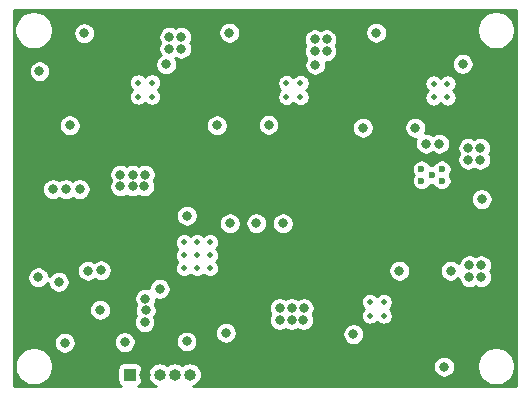
<source format=gbr>
G04 #@! TF.GenerationSoftware,KiCad,Pcbnew,(5.1.4)-1*
G04 #@! TF.CreationDate,2020-09-18T11:06:02-04:00*
G04 #@! TF.ProjectId,RVL-PMS HW2,52564c2d-504d-4532-9048-57322e6b6963,rev?*
G04 #@! TF.SameCoordinates,Original*
G04 #@! TF.FileFunction,Copper,L2,Inr*
G04 #@! TF.FilePolarity,Positive*
%FSLAX46Y46*%
G04 Gerber Fmt 4.6, Leading zero omitted, Abs format (unit mm)*
G04 Created by KiCad (PCBNEW (5.1.4)-1) date 2020-09-18 11:06:02*
%MOMM*%
%LPD*%
G04 APERTURE LIST*
%ADD10R,1.000000X1.000000*%
%ADD11O,1.000000X1.000000*%
%ADD12C,0.500000*%
%ADD13C,0.600000*%
%ADD14C,0.800000*%
%ADD15C,0.254000*%
G04 APERTURE END LIST*
D10*
X117325000Y-85575000D03*
D11*
X118595000Y-85575000D03*
X119865000Y-85575000D03*
X121135000Y-85575000D03*
X122405000Y-85575000D03*
D12*
X119240000Y-62040000D03*
X118060000Y-62040000D03*
X119240000Y-60860000D03*
X118060000Y-60860000D03*
X130610000Y-60885000D03*
X131790000Y-60885000D03*
X130610000Y-62065000D03*
X131790000Y-62065000D03*
X144240000Y-62115000D03*
X143060000Y-62115000D03*
X144240000Y-60935000D03*
X143060000Y-60935000D03*
X138840000Y-80590000D03*
X137660000Y-80590000D03*
X138840000Y-79410000D03*
X137660000Y-79410000D03*
D13*
X142040000Y-69155000D03*
X143760000Y-69155000D03*
X142040000Y-68195000D03*
X143760000Y-68195000D03*
X142900000Y-68675000D03*
D12*
X121925000Y-74375000D03*
X123025000Y-74375000D03*
X124125000Y-74375000D03*
X121925000Y-75475000D03*
X123025000Y-75475000D03*
X124125000Y-75475000D03*
X121925000Y-76575000D03*
X123025000Y-76575000D03*
X124125000Y-76575000D03*
D14*
X109700000Y-59900000D03*
X121700000Y-57975000D03*
X120700000Y-56975000D03*
X120700000Y-57975000D03*
X121700000Y-56975000D03*
X134000000Y-58200000D03*
X133000000Y-57200000D03*
X133000000Y-58200000D03*
X134000000Y-57200000D03*
X147000000Y-67375000D03*
X146000000Y-66375000D03*
X146000000Y-67375000D03*
X147000000Y-66375000D03*
X147100000Y-77325000D03*
X146100000Y-76325000D03*
X146100000Y-77325000D03*
X147100000Y-76325000D03*
X130025000Y-79950000D03*
X132050000Y-80950000D03*
X131050000Y-80950000D03*
X131050000Y-79950000D03*
X130025000Y-80950000D03*
X132075000Y-79950000D03*
X111825000Y-82875000D03*
X122150000Y-82775000D03*
X114824868Y-80100132D03*
X111325000Y-77725000D03*
X118575000Y-69650000D03*
X117575000Y-69650000D03*
X116550000Y-69650000D03*
X118600000Y-68650000D03*
X117575000Y-68650000D03*
X116550000Y-68650000D03*
X130300000Y-72775000D03*
X128050000Y-72750000D03*
X125825000Y-72775000D03*
X140175000Y-76775000D03*
X129090000Y-64430000D03*
X141510000Y-64670000D03*
X134100000Y-63375000D03*
X135100000Y-63375000D03*
X146525000Y-62400000D03*
X146525000Y-63400000D03*
X147525000Y-63400000D03*
X135350000Y-79150000D03*
X135350000Y-78150000D03*
X134350000Y-78150000D03*
X134350000Y-79150000D03*
X133600000Y-70025000D03*
X134600000Y-70025000D03*
X133600000Y-69025000D03*
X135600000Y-70025000D03*
X133600000Y-71050000D03*
X134600000Y-71050000D03*
X135600000Y-71050000D03*
X110175000Y-80650000D03*
X111450000Y-84600000D03*
X117500000Y-75800000D03*
X120975000Y-81000000D03*
X121550000Y-62300000D03*
X122550000Y-62300000D03*
X122550000Y-63300000D03*
X121550000Y-63300000D03*
X134600000Y-69025000D03*
X135600000Y-69025000D03*
X140750000Y-62050000D03*
X128325000Y-62025000D03*
X115675000Y-61950000D03*
X141150000Y-79500000D03*
X134100000Y-62375000D03*
X135100000Y-62375000D03*
X147525000Y-62400000D03*
X108010000Y-69100000D03*
X112250000Y-64475000D03*
X113475000Y-56675000D03*
X124725000Y-64475000D03*
X125775000Y-56625000D03*
X137075000Y-64675000D03*
X138200000Y-56625000D03*
X143550000Y-66025000D03*
X147130000Y-70720000D03*
X125475000Y-82050000D03*
X122175000Y-72125000D03*
X113800000Y-76775000D03*
X114900000Y-76750000D03*
X118592719Y-81133266D03*
X110825000Y-69875000D03*
X118679837Y-80137066D03*
X111925000Y-69875000D03*
X118650000Y-79137510D03*
X113100000Y-69875000D03*
X116912500Y-82825000D03*
X120425000Y-59325000D03*
X133050000Y-59350000D03*
X145525000Y-59275000D03*
X136275000Y-82150000D03*
X142425000Y-66025000D03*
X109600000Y-77350000D03*
X119875000Y-78325000D03*
X143950000Y-84900000D03*
X144500000Y-76775000D03*
D15*
G36*
X150028001Y-86548000D02*
G01*
X122735354Y-86548000D01*
X122799917Y-86528415D01*
X122978331Y-86433051D01*
X123134712Y-86304712D01*
X123263051Y-86148331D01*
X123358415Y-85969917D01*
X123417140Y-85776327D01*
X123436969Y-85575000D01*
X123417140Y-85373673D01*
X123358415Y-85180083D01*
X123263051Y-85001669D01*
X123134712Y-84845288D01*
X123090129Y-84808699D01*
X143023000Y-84808699D01*
X143023000Y-84991301D01*
X143058624Y-85170396D01*
X143128504Y-85339099D01*
X143229952Y-85490928D01*
X143359072Y-85620048D01*
X143510901Y-85721496D01*
X143679604Y-85791376D01*
X143858699Y-85827000D01*
X144041301Y-85827000D01*
X144220396Y-85791376D01*
X144389099Y-85721496D01*
X144540928Y-85620048D01*
X144670048Y-85490928D01*
X144771496Y-85339099D01*
X144841376Y-85170396D01*
X144877000Y-84991301D01*
X144877000Y-84808699D01*
X144858314Y-84714755D01*
X146723000Y-84714755D01*
X146723000Y-85035245D01*
X146785525Y-85349578D01*
X146908172Y-85645673D01*
X147086227Y-85912152D01*
X147312848Y-86138773D01*
X147579327Y-86316828D01*
X147875422Y-86439475D01*
X148189755Y-86502000D01*
X148510245Y-86502000D01*
X148824578Y-86439475D01*
X149120673Y-86316828D01*
X149387152Y-86138773D01*
X149613773Y-85912152D01*
X149791828Y-85645673D01*
X149914475Y-85349578D01*
X149977000Y-85035245D01*
X149977000Y-84714755D01*
X149914475Y-84400422D01*
X149791828Y-84104327D01*
X149613773Y-83837848D01*
X149387152Y-83611227D01*
X149120673Y-83433172D01*
X148824578Y-83310525D01*
X148510245Y-83248000D01*
X148189755Y-83248000D01*
X147875422Y-83310525D01*
X147579327Y-83433172D01*
X147312848Y-83611227D01*
X147086227Y-83837848D01*
X146908172Y-84104327D01*
X146785525Y-84400422D01*
X146723000Y-84714755D01*
X144858314Y-84714755D01*
X144841376Y-84629604D01*
X144771496Y-84460901D01*
X144670048Y-84309072D01*
X144540928Y-84179952D01*
X144389099Y-84078504D01*
X144220396Y-84008624D01*
X144041301Y-83973000D01*
X143858699Y-83973000D01*
X143679604Y-84008624D01*
X143510901Y-84078504D01*
X143359072Y-84179952D01*
X143229952Y-84309072D01*
X143128504Y-84460901D01*
X143058624Y-84629604D01*
X143023000Y-84808699D01*
X123090129Y-84808699D01*
X122978331Y-84716949D01*
X122799917Y-84621585D01*
X122606327Y-84562860D01*
X122455451Y-84548000D01*
X122354549Y-84548000D01*
X122203673Y-84562860D01*
X122010083Y-84621585D01*
X121831669Y-84716949D01*
X121770000Y-84767560D01*
X121708331Y-84716949D01*
X121529917Y-84621585D01*
X121336327Y-84562860D01*
X121185451Y-84548000D01*
X121084549Y-84548000D01*
X120933673Y-84562860D01*
X120740083Y-84621585D01*
X120561669Y-84716949D01*
X120500000Y-84767560D01*
X120438331Y-84716949D01*
X120259917Y-84621585D01*
X120066327Y-84562860D01*
X119915451Y-84548000D01*
X119814549Y-84548000D01*
X119663673Y-84562860D01*
X119470083Y-84621585D01*
X119291669Y-84716949D01*
X119135288Y-84845288D01*
X119006949Y-85001669D01*
X118911585Y-85180083D01*
X118852860Y-85373673D01*
X118833031Y-85575000D01*
X118852860Y-85776327D01*
X118911585Y-85969917D01*
X119006949Y-86148331D01*
X119135288Y-86304712D01*
X119291669Y-86433051D01*
X119470083Y-86528415D01*
X119534646Y-86548000D01*
X118058031Y-86548000D01*
X118119202Y-86515304D01*
X118199448Y-86449448D01*
X118265304Y-86369202D01*
X118314239Y-86277650D01*
X118344374Y-86178310D01*
X118354549Y-86075000D01*
X118354549Y-85075000D01*
X118344374Y-84971690D01*
X118314239Y-84872350D01*
X118265304Y-84780798D01*
X118199448Y-84700552D01*
X118119202Y-84634696D01*
X118027650Y-84585761D01*
X117928310Y-84555626D01*
X117825000Y-84545451D01*
X116825000Y-84545451D01*
X116721690Y-84555626D01*
X116622350Y-84585761D01*
X116530798Y-84634696D01*
X116450552Y-84700552D01*
X116384696Y-84780798D01*
X116335761Y-84872350D01*
X116305626Y-84971690D01*
X116295451Y-85075000D01*
X116295451Y-86075000D01*
X116305626Y-86178310D01*
X116335761Y-86277650D01*
X116384696Y-86369202D01*
X116450552Y-86449448D01*
X116530798Y-86515304D01*
X116591969Y-86548000D01*
X107552000Y-86548000D01*
X107552000Y-84714755D01*
X107598000Y-84714755D01*
X107598000Y-85035245D01*
X107660525Y-85349578D01*
X107783172Y-85645673D01*
X107961227Y-85912152D01*
X108187848Y-86138773D01*
X108454327Y-86316828D01*
X108750422Y-86439475D01*
X109064755Y-86502000D01*
X109385245Y-86502000D01*
X109699578Y-86439475D01*
X109995673Y-86316828D01*
X110262152Y-86138773D01*
X110488773Y-85912152D01*
X110666828Y-85645673D01*
X110789475Y-85349578D01*
X110852000Y-85035245D01*
X110852000Y-84714755D01*
X110789475Y-84400422D01*
X110666828Y-84104327D01*
X110488773Y-83837848D01*
X110262152Y-83611227D01*
X109995673Y-83433172D01*
X109699578Y-83310525D01*
X109385245Y-83248000D01*
X109064755Y-83248000D01*
X108750422Y-83310525D01*
X108454327Y-83433172D01*
X108187848Y-83611227D01*
X107961227Y-83837848D01*
X107783172Y-84104327D01*
X107660525Y-84400422D01*
X107598000Y-84714755D01*
X107552000Y-84714755D01*
X107552000Y-82783699D01*
X110898000Y-82783699D01*
X110898000Y-82966301D01*
X110933624Y-83145396D01*
X111003504Y-83314099D01*
X111104952Y-83465928D01*
X111234072Y-83595048D01*
X111385901Y-83696496D01*
X111554604Y-83766376D01*
X111733699Y-83802000D01*
X111916301Y-83802000D01*
X112095396Y-83766376D01*
X112264099Y-83696496D01*
X112415928Y-83595048D01*
X112545048Y-83465928D01*
X112646496Y-83314099D01*
X112716376Y-83145396D01*
X112752000Y-82966301D01*
X112752000Y-82783699D01*
X112742055Y-82733699D01*
X115985500Y-82733699D01*
X115985500Y-82916301D01*
X116021124Y-83095396D01*
X116091004Y-83264099D01*
X116192452Y-83415928D01*
X116321572Y-83545048D01*
X116473401Y-83646496D01*
X116642104Y-83716376D01*
X116821199Y-83752000D01*
X117003801Y-83752000D01*
X117182896Y-83716376D01*
X117351599Y-83646496D01*
X117503428Y-83545048D01*
X117632548Y-83415928D01*
X117733996Y-83264099D01*
X117803876Y-83095396D01*
X117839500Y-82916301D01*
X117839500Y-82733699D01*
X117829555Y-82683699D01*
X121223000Y-82683699D01*
X121223000Y-82866301D01*
X121258624Y-83045396D01*
X121328504Y-83214099D01*
X121429952Y-83365928D01*
X121559072Y-83495048D01*
X121710901Y-83596496D01*
X121879604Y-83666376D01*
X122058699Y-83702000D01*
X122241301Y-83702000D01*
X122420396Y-83666376D01*
X122589099Y-83596496D01*
X122740928Y-83495048D01*
X122870048Y-83365928D01*
X122971496Y-83214099D01*
X123041376Y-83045396D01*
X123077000Y-82866301D01*
X123077000Y-82683699D01*
X123041376Y-82504604D01*
X122971496Y-82335901D01*
X122870048Y-82184072D01*
X122740928Y-82054952D01*
X122596874Y-81958699D01*
X124548000Y-81958699D01*
X124548000Y-82141301D01*
X124583624Y-82320396D01*
X124653504Y-82489099D01*
X124754952Y-82640928D01*
X124884072Y-82770048D01*
X125035901Y-82871496D01*
X125204604Y-82941376D01*
X125383699Y-82977000D01*
X125566301Y-82977000D01*
X125745396Y-82941376D01*
X125914099Y-82871496D01*
X126065928Y-82770048D01*
X126195048Y-82640928D01*
X126296496Y-82489099D01*
X126366376Y-82320396D01*
X126402000Y-82141301D01*
X126402000Y-82058699D01*
X135348000Y-82058699D01*
X135348000Y-82241301D01*
X135383624Y-82420396D01*
X135453504Y-82589099D01*
X135554952Y-82740928D01*
X135684072Y-82870048D01*
X135835901Y-82971496D01*
X136004604Y-83041376D01*
X136183699Y-83077000D01*
X136366301Y-83077000D01*
X136545396Y-83041376D01*
X136714099Y-82971496D01*
X136865928Y-82870048D01*
X136995048Y-82740928D01*
X137096496Y-82589099D01*
X137166376Y-82420396D01*
X137202000Y-82241301D01*
X137202000Y-82058699D01*
X137166376Y-81879604D01*
X137096496Y-81710901D01*
X136995048Y-81559072D01*
X136865928Y-81429952D01*
X136714099Y-81328504D01*
X136545396Y-81258624D01*
X136366301Y-81223000D01*
X136183699Y-81223000D01*
X136004604Y-81258624D01*
X135835901Y-81328504D01*
X135684072Y-81429952D01*
X135554952Y-81559072D01*
X135453504Y-81710901D01*
X135383624Y-81879604D01*
X135348000Y-82058699D01*
X126402000Y-82058699D01*
X126402000Y-81958699D01*
X126366376Y-81779604D01*
X126296496Y-81610901D01*
X126195048Y-81459072D01*
X126065928Y-81329952D01*
X125914099Y-81228504D01*
X125745396Y-81158624D01*
X125566301Y-81123000D01*
X125383699Y-81123000D01*
X125204604Y-81158624D01*
X125035901Y-81228504D01*
X124884072Y-81329952D01*
X124754952Y-81459072D01*
X124653504Y-81610901D01*
X124583624Y-81779604D01*
X124548000Y-81958699D01*
X122596874Y-81958699D01*
X122589099Y-81953504D01*
X122420396Y-81883624D01*
X122241301Y-81848000D01*
X122058699Y-81848000D01*
X121879604Y-81883624D01*
X121710901Y-81953504D01*
X121559072Y-82054952D01*
X121429952Y-82184072D01*
X121328504Y-82335901D01*
X121258624Y-82504604D01*
X121223000Y-82683699D01*
X117829555Y-82683699D01*
X117803876Y-82554604D01*
X117733996Y-82385901D01*
X117632548Y-82234072D01*
X117503428Y-82104952D01*
X117351599Y-82003504D01*
X117182896Y-81933624D01*
X117003801Y-81898000D01*
X116821199Y-81898000D01*
X116642104Y-81933624D01*
X116473401Y-82003504D01*
X116321572Y-82104952D01*
X116192452Y-82234072D01*
X116091004Y-82385901D01*
X116021124Y-82554604D01*
X115985500Y-82733699D01*
X112742055Y-82733699D01*
X112716376Y-82604604D01*
X112646496Y-82435901D01*
X112545048Y-82284072D01*
X112415928Y-82154952D01*
X112264099Y-82053504D01*
X112095396Y-81983624D01*
X111916301Y-81948000D01*
X111733699Y-81948000D01*
X111554604Y-81983624D01*
X111385901Y-82053504D01*
X111234072Y-82154952D01*
X111104952Y-82284072D01*
X111003504Y-82435901D01*
X110933624Y-82604604D01*
X110898000Y-82783699D01*
X107552000Y-82783699D01*
X107552000Y-81041965D01*
X117665719Y-81041965D01*
X117665719Y-81224567D01*
X117701343Y-81403662D01*
X117771223Y-81572365D01*
X117872671Y-81724194D01*
X118001791Y-81853314D01*
X118153620Y-81954762D01*
X118322323Y-82024642D01*
X118501418Y-82060266D01*
X118684020Y-82060266D01*
X118863115Y-82024642D01*
X119031818Y-81954762D01*
X119183647Y-81853314D01*
X119312767Y-81724194D01*
X119414215Y-81572365D01*
X119484095Y-81403662D01*
X119519719Y-81224567D01*
X119519719Y-81041965D01*
X119484095Y-80862870D01*
X119417381Y-80701810D01*
X119501333Y-80576165D01*
X119571213Y-80407462D01*
X119606837Y-80228367D01*
X119606837Y-80045765D01*
X119571213Y-79866670D01*
X119567912Y-79858699D01*
X129098000Y-79858699D01*
X129098000Y-80041301D01*
X129133624Y-80220396D01*
X129203504Y-80389099D01*
X129244196Y-80450000D01*
X129203504Y-80510901D01*
X129133624Y-80679604D01*
X129098000Y-80858699D01*
X129098000Y-81041301D01*
X129133624Y-81220396D01*
X129203504Y-81389099D01*
X129304952Y-81540928D01*
X129434072Y-81670048D01*
X129585901Y-81771496D01*
X129754604Y-81841376D01*
X129933699Y-81877000D01*
X130116301Y-81877000D01*
X130295396Y-81841376D01*
X130464099Y-81771496D01*
X130537500Y-81722451D01*
X130610901Y-81771496D01*
X130779604Y-81841376D01*
X130958699Y-81877000D01*
X131141301Y-81877000D01*
X131320396Y-81841376D01*
X131489099Y-81771496D01*
X131550000Y-81730804D01*
X131610901Y-81771496D01*
X131779604Y-81841376D01*
X131958699Y-81877000D01*
X132141301Y-81877000D01*
X132320396Y-81841376D01*
X132489099Y-81771496D01*
X132640928Y-81670048D01*
X132770048Y-81540928D01*
X132871496Y-81389099D01*
X132941376Y-81220396D01*
X132977000Y-81041301D01*
X132977000Y-80858699D01*
X132941376Y-80679604D01*
X132871496Y-80510901D01*
X132843304Y-80468708D01*
X132896496Y-80389099D01*
X132966376Y-80220396D01*
X133002000Y-80041301D01*
X133002000Y-79858699D01*
X132966376Y-79679604D01*
X132896496Y-79510901D01*
X132795048Y-79359072D01*
X132769448Y-79333472D01*
X136883000Y-79333472D01*
X136883000Y-79486528D01*
X136912859Y-79636643D01*
X136971431Y-79778048D01*
X137056464Y-79905309D01*
X137151155Y-80000000D01*
X137056464Y-80094691D01*
X136971431Y-80221952D01*
X136912859Y-80363357D01*
X136883000Y-80513472D01*
X136883000Y-80666528D01*
X136912859Y-80816643D01*
X136971431Y-80958048D01*
X137056464Y-81085309D01*
X137164691Y-81193536D01*
X137291952Y-81278569D01*
X137433357Y-81337141D01*
X137583472Y-81367000D01*
X137736528Y-81367000D01*
X137886643Y-81337141D01*
X138028048Y-81278569D01*
X138155309Y-81193536D01*
X138250000Y-81098845D01*
X138344691Y-81193536D01*
X138471952Y-81278569D01*
X138613357Y-81337141D01*
X138763472Y-81367000D01*
X138916528Y-81367000D01*
X139066643Y-81337141D01*
X139208048Y-81278569D01*
X139335309Y-81193536D01*
X139443536Y-81085309D01*
X139528569Y-80958048D01*
X139587141Y-80816643D01*
X139617000Y-80666528D01*
X139617000Y-80513472D01*
X139587141Y-80363357D01*
X139528569Y-80221952D01*
X139443536Y-80094691D01*
X139348845Y-80000000D01*
X139443536Y-79905309D01*
X139528569Y-79778048D01*
X139587141Y-79636643D01*
X139617000Y-79486528D01*
X139617000Y-79333472D01*
X139587141Y-79183357D01*
X139528569Y-79041952D01*
X139443536Y-78914691D01*
X139335309Y-78806464D01*
X139208048Y-78721431D01*
X139066643Y-78662859D01*
X138916528Y-78633000D01*
X138763472Y-78633000D01*
X138613357Y-78662859D01*
X138471952Y-78721431D01*
X138344691Y-78806464D01*
X138250000Y-78901155D01*
X138155309Y-78806464D01*
X138028048Y-78721431D01*
X137886643Y-78662859D01*
X137736528Y-78633000D01*
X137583472Y-78633000D01*
X137433357Y-78662859D01*
X137291952Y-78721431D01*
X137164691Y-78806464D01*
X137056464Y-78914691D01*
X136971431Y-79041952D01*
X136912859Y-79183357D01*
X136883000Y-79333472D01*
X132769448Y-79333472D01*
X132665928Y-79229952D01*
X132514099Y-79128504D01*
X132345396Y-79058624D01*
X132166301Y-79023000D01*
X131983699Y-79023000D01*
X131804604Y-79058624D01*
X131635901Y-79128504D01*
X131562500Y-79177549D01*
X131489099Y-79128504D01*
X131320396Y-79058624D01*
X131141301Y-79023000D01*
X130958699Y-79023000D01*
X130779604Y-79058624D01*
X130610901Y-79128504D01*
X130537500Y-79177549D01*
X130464099Y-79128504D01*
X130295396Y-79058624D01*
X130116301Y-79023000D01*
X129933699Y-79023000D01*
X129754604Y-79058624D01*
X129585901Y-79128504D01*
X129434072Y-79229952D01*
X129304952Y-79359072D01*
X129203504Y-79510901D01*
X129133624Y-79679604D01*
X129098000Y-79858699D01*
X119567912Y-79858699D01*
X119501333Y-79697967D01*
X119445870Y-79614961D01*
X119471496Y-79576609D01*
X119541376Y-79407906D01*
X119577000Y-79228811D01*
X119577000Y-79204942D01*
X119604604Y-79216376D01*
X119783699Y-79252000D01*
X119966301Y-79252000D01*
X120145396Y-79216376D01*
X120314099Y-79146496D01*
X120465928Y-79045048D01*
X120595048Y-78915928D01*
X120696496Y-78764099D01*
X120766376Y-78595396D01*
X120802000Y-78416301D01*
X120802000Y-78233699D01*
X120766376Y-78054604D01*
X120696496Y-77885901D01*
X120595048Y-77734072D01*
X120465928Y-77604952D01*
X120314099Y-77503504D01*
X120145396Y-77433624D01*
X119966301Y-77398000D01*
X119783699Y-77398000D01*
X119604604Y-77433624D01*
X119435901Y-77503504D01*
X119284072Y-77604952D01*
X119154952Y-77734072D01*
X119053504Y-77885901D01*
X118983624Y-78054604D01*
X118948000Y-78233699D01*
X118948000Y-78257568D01*
X118920396Y-78246134D01*
X118741301Y-78210510D01*
X118558699Y-78210510D01*
X118379604Y-78246134D01*
X118210901Y-78316014D01*
X118059072Y-78417462D01*
X117929952Y-78546582D01*
X117828504Y-78698411D01*
X117758624Y-78867114D01*
X117723000Y-79046209D01*
X117723000Y-79228811D01*
X117758624Y-79407906D01*
X117828504Y-79576609D01*
X117883967Y-79659615D01*
X117858341Y-79697967D01*
X117788461Y-79866670D01*
X117752837Y-80045765D01*
X117752837Y-80228367D01*
X117788461Y-80407462D01*
X117855175Y-80568522D01*
X117771223Y-80694167D01*
X117701343Y-80862870D01*
X117665719Y-81041965D01*
X107552000Y-81041965D01*
X107552000Y-80008831D01*
X113897868Y-80008831D01*
X113897868Y-80191433D01*
X113933492Y-80370528D01*
X114003372Y-80539231D01*
X114104820Y-80691060D01*
X114233940Y-80820180D01*
X114385769Y-80921628D01*
X114554472Y-80991508D01*
X114733567Y-81027132D01*
X114916169Y-81027132D01*
X115095264Y-80991508D01*
X115263967Y-80921628D01*
X115415796Y-80820180D01*
X115544916Y-80691060D01*
X115646364Y-80539231D01*
X115716244Y-80370528D01*
X115751868Y-80191433D01*
X115751868Y-80008831D01*
X115716244Y-79829736D01*
X115646364Y-79661033D01*
X115544916Y-79509204D01*
X115415796Y-79380084D01*
X115263967Y-79278636D01*
X115095264Y-79208756D01*
X114916169Y-79173132D01*
X114733567Y-79173132D01*
X114554472Y-79208756D01*
X114385769Y-79278636D01*
X114233940Y-79380084D01*
X114104820Y-79509204D01*
X114003372Y-79661033D01*
X113933492Y-79829736D01*
X113897868Y-80008831D01*
X107552000Y-80008831D01*
X107552000Y-77258699D01*
X108673000Y-77258699D01*
X108673000Y-77441301D01*
X108708624Y-77620396D01*
X108778504Y-77789099D01*
X108879952Y-77940928D01*
X109009072Y-78070048D01*
X109160901Y-78171496D01*
X109329604Y-78241376D01*
X109508699Y-78277000D01*
X109691301Y-78277000D01*
X109870396Y-78241376D01*
X110039099Y-78171496D01*
X110190928Y-78070048D01*
X110320048Y-77940928D01*
X110399221Y-77822437D01*
X110433624Y-77995396D01*
X110503504Y-78164099D01*
X110604952Y-78315928D01*
X110734072Y-78445048D01*
X110885901Y-78546496D01*
X111054604Y-78616376D01*
X111233699Y-78652000D01*
X111416301Y-78652000D01*
X111595396Y-78616376D01*
X111764099Y-78546496D01*
X111915928Y-78445048D01*
X112045048Y-78315928D01*
X112146496Y-78164099D01*
X112216376Y-77995396D01*
X112252000Y-77816301D01*
X112252000Y-77633699D01*
X112216376Y-77454604D01*
X112146496Y-77285901D01*
X112045048Y-77134072D01*
X111915928Y-77004952D01*
X111764099Y-76903504D01*
X111595396Y-76833624D01*
X111416301Y-76798000D01*
X111233699Y-76798000D01*
X111054604Y-76833624D01*
X110885901Y-76903504D01*
X110734072Y-77004952D01*
X110604952Y-77134072D01*
X110525779Y-77252563D01*
X110491376Y-77079604D01*
X110421496Y-76910901D01*
X110320048Y-76759072D01*
X110244675Y-76683699D01*
X112873000Y-76683699D01*
X112873000Y-76866301D01*
X112908624Y-77045396D01*
X112978504Y-77214099D01*
X113079952Y-77365928D01*
X113209072Y-77495048D01*
X113360901Y-77596496D01*
X113529604Y-77666376D01*
X113708699Y-77702000D01*
X113891301Y-77702000D01*
X114070396Y-77666376D01*
X114239099Y-77596496D01*
X114368708Y-77509895D01*
X114460901Y-77571496D01*
X114629604Y-77641376D01*
X114808699Y-77677000D01*
X114991301Y-77677000D01*
X115170396Y-77641376D01*
X115339099Y-77571496D01*
X115490928Y-77470048D01*
X115620048Y-77340928D01*
X115721496Y-77189099D01*
X115791376Y-77020396D01*
X115827000Y-76841301D01*
X115827000Y-76658699D01*
X115791376Y-76479604D01*
X115721496Y-76310901D01*
X115620048Y-76159072D01*
X115490928Y-76029952D01*
X115339099Y-75928504D01*
X115170396Y-75858624D01*
X114991301Y-75823000D01*
X114808699Y-75823000D01*
X114629604Y-75858624D01*
X114460901Y-75928504D01*
X114331292Y-76015105D01*
X114239099Y-75953504D01*
X114070396Y-75883624D01*
X113891301Y-75848000D01*
X113708699Y-75848000D01*
X113529604Y-75883624D01*
X113360901Y-75953504D01*
X113209072Y-76054952D01*
X113079952Y-76184072D01*
X112978504Y-76335901D01*
X112908624Y-76504604D01*
X112873000Y-76683699D01*
X110244675Y-76683699D01*
X110190928Y-76629952D01*
X110039099Y-76528504D01*
X109870396Y-76458624D01*
X109691301Y-76423000D01*
X109508699Y-76423000D01*
X109329604Y-76458624D01*
X109160901Y-76528504D01*
X109009072Y-76629952D01*
X108879952Y-76759072D01*
X108778504Y-76910901D01*
X108708624Y-77079604D01*
X108673000Y-77258699D01*
X107552000Y-77258699D01*
X107552000Y-74298472D01*
X121148000Y-74298472D01*
X121148000Y-74451528D01*
X121177859Y-74601643D01*
X121236431Y-74743048D01*
X121321464Y-74870309D01*
X121376155Y-74925000D01*
X121321464Y-74979691D01*
X121236431Y-75106952D01*
X121177859Y-75248357D01*
X121148000Y-75398472D01*
X121148000Y-75551528D01*
X121177859Y-75701643D01*
X121236431Y-75843048D01*
X121321464Y-75970309D01*
X121376155Y-76025000D01*
X121321464Y-76079691D01*
X121236431Y-76206952D01*
X121177859Y-76348357D01*
X121148000Y-76498472D01*
X121148000Y-76651528D01*
X121177859Y-76801643D01*
X121236431Y-76943048D01*
X121321464Y-77070309D01*
X121429691Y-77178536D01*
X121556952Y-77263569D01*
X121698357Y-77322141D01*
X121848472Y-77352000D01*
X122001528Y-77352000D01*
X122151643Y-77322141D01*
X122293048Y-77263569D01*
X122420309Y-77178536D01*
X122475000Y-77123845D01*
X122529691Y-77178536D01*
X122656952Y-77263569D01*
X122798357Y-77322141D01*
X122948472Y-77352000D01*
X123101528Y-77352000D01*
X123251643Y-77322141D01*
X123393048Y-77263569D01*
X123520309Y-77178536D01*
X123575000Y-77123845D01*
X123629691Y-77178536D01*
X123756952Y-77263569D01*
X123898357Y-77322141D01*
X124048472Y-77352000D01*
X124201528Y-77352000D01*
X124351643Y-77322141D01*
X124493048Y-77263569D01*
X124620309Y-77178536D01*
X124728536Y-77070309D01*
X124813569Y-76943048D01*
X124872141Y-76801643D01*
X124895600Y-76683699D01*
X139248000Y-76683699D01*
X139248000Y-76866301D01*
X139283624Y-77045396D01*
X139353504Y-77214099D01*
X139454952Y-77365928D01*
X139584072Y-77495048D01*
X139735901Y-77596496D01*
X139904604Y-77666376D01*
X140083699Y-77702000D01*
X140266301Y-77702000D01*
X140445396Y-77666376D01*
X140614099Y-77596496D01*
X140765928Y-77495048D01*
X140895048Y-77365928D01*
X140996496Y-77214099D01*
X141066376Y-77045396D01*
X141102000Y-76866301D01*
X141102000Y-76683699D01*
X143573000Y-76683699D01*
X143573000Y-76866301D01*
X143608624Y-77045396D01*
X143678504Y-77214099D01*
X143779952Y-77365928D01*
X143909072Y-77495048D01*
X144060901Y-77596496D01*
X144229604Y-77666376D01*
X144408699Y-77702000D01*
X144591301Y-77702000D01*
X144770396Y-77666376D01*
X144939099Y-77596496D01*
X145090928Y-77495048D01*
X145173000Y-77412976D01*
X145173000Y-77416301D01*
X145208624Y-77595396D01*
X145278504Y-77764099D01*
X145379952Y-77915928D01*
X145509072Y-78045048D01*
X145660901Y-78146496D01*
X145829604Y-78216376D01*
X146008699Y-78252000D01*
X146191301Y-78252000D01*
X146370396Y-78216376D01*
X146539099Y-78146496D01*
X146600000Y-78105804D01*
X146660901Y-78146496D01*
X146829604Y-78216376D01*
X147008699Y-78252000D01*
X147191301Y-78252000D01*
X147370396Y-78216376D01*
X147539099Y-78146496D01*
X147690928Y-78045048D01*
X147820048Y-77915928D01*
X147921496Y-77764099D01*
X147991376Y-77595396D01*
X148027000Y-77416301D01*
X148027000Y-77233699D01*
X147991376Y-77054604D01*
X147921496Y-76885901D01*
X147880804Y-76825000D01*
X147921496Y-76764099D01*
X147991376Y-76595396D01*
X148027000Y-76416301D01*
X148027000Y-76233699D01*
X147991376Y-76054604D01*
X147921496Y-75885901D01*
X147820048Y-75734072D01*
X147690928Y-75604952D01*
X147539099Y-75503504D01*
X147370396Y-75433624D01*
X147191301Y-75398000D01*
X147008699Y-75398000D01*
X146829604Y-75433624D01*
X146660901Y-75503504D01*
X146600000Y-75544196D01*
X146539099Y-75503504D01*
X146370396Y-75433624D01*
X146191301Y-75398000D01*
X146008699Y-75398000D01*
X145829604Y-75433624D01*
X145660901Y-75503504D01*
X145509072Y-75604952D01*
X145379952Y-75734072D01*
X145278504Y-75885901D01*
X145208624Y-76054604D01*
X145189039Y-76153063D01*
X145090928Y-76054952D01*
X144939099Y-75953504D01*
X144770396Y-75883624D01*
X144591301Y-75848000D01*
X144408699Y-75848000D01*
X144229604Y-75883624D01*
X144060901Y-75953504D01*
X143909072Y-76054952D01*
X143779952Y-76184072D01*
X143678504Y-76335901D01*
X143608624Y-76504604D01*
X143573000Y-76683699D01*
X141102000Y-76683699D01*
X141066376Y-76504604D01*
X140996496Y-76335901D01*
X140895048Y-76184072D01*
X140765928Y-76054952D01*
X140614099Y-75953504D01*
X140445396Y-75883624D01*
X140266301Y-75848000D01*
X140083699Y-75848000D01*
X139904604Y-75883624D01*
X139735901Y-75953504D01*
X139584072Y-76054952D01*
X139454952Y-76184072D01*
X139353504Y-76335901D01*
X139283624Y-76504604D01*
X139248000Y-76683699D01*
X124895600Y-76683699D01*
X124902000Y-76651528D01*
X124902000Y-76498472D01*
X124872141Y-76348357D01*
X124813569Y-76206952D01*
X124728536Y-76079691D01*
X124673845Y-76025000D01*
X124728536Y-75970309D01*
X124813569Y-75843048D01*
X124872141Y-75701643D01*
X124902000Y-75551528D01*
X124902000Y-75398472D01*
X124872141Y-75248357D01*
X124813569Y-75106952D01*
X124728536Y-74979691D01*
X124673845Y-74925000D01*
X124728536Y-74870309D01*
X124813569Y-74743048D01*
X124872141Y-74601643D01*
X124902000Y-74451528D01*
X124902000Y-74298472D01*
X124872141Y-74148357D01*
X124813569Y-74006952D01*
X124728536Y-73879691D01*
X124620309Y-73771464D01*
X124493048Y-73686431D01*
X124351643Y-73627859D01*
X124201528Y-73598000D01*
X124048472Y-73598000D01*
X123898357Y-73627859D01*
X123756952Y-73686431D01*
X123629691Y-73771464D01*
X123575000Y-73826155D01*
X123520309Y-73771464D01*
X123393048Y-73686431D01*
X123251643Y-73627859D01*
X123101528Y-73598000D01*
X122948472Y-73598000D01*
X122798357Y-73627859D01*
X122656952Y-73686431D01*
X122529691Y-73771464D01*
X122475000Y-73826155D01*
X122420309Y-73771464D01*
X122293048Y-73686431D01*
X122151643Y-73627859D01*
X122001528Y-73598000D01*
X121848472Y-73598000D01*
X121698357Y-73627859D01*
X121556952Y-73686431D01*
X121429691Y-73771464D01*
X121321464Y-73879691D01*
X121236431Y-74006952D01*
X121177859Y-74148357D01*
X121148000Y-74298472D01*
X107552000Y-74298472D01*
X107552000Y-72033699D01*
X121248000Y-72033699D01*
X121248000Y-72216301D01*
X121283624Y-72395396D01*
X121353504Y-72564099D01*
X121454952Y-72715928D01*
X121584072Y-72845048D01*
X121735901Y-72946496D01*
X121904604Y-73016376D01*
X122083699Y-73052000D01*
X122266301Y-73052000D01*
X122445396Y-73016376D01*
X122614099Y-72946496D01*
X122765928Y-72845048D01*
X122895048Y-72715928D01*
X122916582Y-72683699D01*
X124898000Y-72683699D01*
X124898000Y-72866301D01*
X124933624Y-73045396D01*
X125003504Y-73214099D01*
X125104952Y-73365928D01*
X125234072Y-73495048D01*
X125385901Y-73596496D01*
X125554604Y-73666376D01*
X125733699Y-73702000D01*
X125916301Y-73702000D01*
X126095396Y-73666376D01*
X126264099Y-73596496D01*
X126415928Y-73495048D01*
X126545048Y-73365928D01*
X126646496Y-73214099D01*
X126716376Y-73045396D01*
X126752000Y-72866301D01*
X126752000Y-72683699D01*
X126747028Y-72658699D01*
X127123000Y-72658699D01*
X127123000Y-72841301D01*
X127158624Y-73020396D01*
X127228504Y-73189099D01*
X127329952Y-73340928D01*
X127459072Y-73470048D01*
X127610901Y-73571496D01*
X127779604Y-73641376D01*
X127958699Y-73677000D01*
X128141301Y-73677000D01*
X128320396Y-73641376D01*
X128489099Y-73571496D01*
X128640928Y-73470048D01*
X128770048Y-73340928D01*
X128871496Y-73189099D01*
X128941376Y-73020396D01*
X128977000Y-72841301D01*
X128977000Y-72683699D01*
X129373000Y-72683699D01*
X129373000Y-72866301D01*
X129408624Y-73045396D01*
X129478504Y-73214099D01*
X129579952Y-73365928D01*
X129709072Y-73495048D01*
X129860901Y-73596496D01*
X130029604Y-73666376D01*
X130208699Y-73702000D01*
X130391301Y-73702000D01*
X130570396Y-73666376D01*
X130739099Y-73596496D01*
X130890928Y-73495048D01*
X131020048Y-73365928D01*
X131121496Y-73214099D01*
X131191376Y-73045396D01*
X131227000Y-72866301D01*
X131227000Y-72683699D01*
X131191376Y-72504604D01*
X131121496Y-72335901D01*
X131020048Y-72184072D01*
X130890928Y-72054952D01*
X130739099Y-71953504D01*
X130570396Y-71883624D01*
X130391301Y-71848000D01*
X130208699Y-71848000D01*
X130029604Y-71883624D01*
X129860901Y-71953504D01*
X129709072Y-72054952D01*
X129579952Y-72184072D01*
X129478504Y-72335901D01*
X129408624Y-72504604D01*
X129373000Y-72683699D01*
X128977000Y-72683699D01*
X128977000Y-72658699D01*
X128941376Y-72479604D01*
X128871496Y-72310901D01*
X128770048Y-72159072D01*
X128640928Y-72029952D01*
X128489099Y-71928504D01*
X128320396Y-71858624D01*
X128141301Y-71823000D01*
X127958699Y-71823000D01*
X127779604Y-71858624D01*
X127610901Y-71928504D01*
X127459072Y-72029952D01*
X127329952Y-72159072D01*
X127228504Y-72310901D01*
X127158624Y-72479604D01*
X127123000Y-72658699D01*
X126747028Y-72658699D01*
X126716376Y-72504604D01*
X126646496Y-72335901D01*
X126545048Y-72184072D01*
X126415928Y-72054952D01*
X126264099Y-71953504D01*
X126095396Y-71883624D01*
X125916301Y-71848000D01*
X125733699Y-71848000D01*
X125554604Y-71883624D01*
X125385901Y-71953504D01*
X125234072Y-72054952D01*
X125104952Y-72184072D01*
X125003504Y-72335901D01*
X124933624Y-72504604D01*
X124898000Y-72683699D01*
X122916582Y-72683699D01*
X122996496Y-72564099D01*
X123066376Y-72395396D01*
X123102000Y-72216301D01*
X123102000Y-72033699D01*
X123066376Y-71854604D01*
X122996496Y-71685901D01*
X122895048Y-71534072D01*
X122765928Y-71404952D01*
X122614099Y-71303504D01*
X122445396Y-71233624D01*
X122266301Y-71198000D01*
X122083699Y-71198000D01*
X121904604Y-71233624D01*
X121735901Y-71303504D01*
X121584072Y-71404952D01*
X121454952Y-71534072D01*
X121353504Y-71685901D01*
X121283624Y-71854604D01*
X121248000Y-72033699D01*
X107552000Y-72033699D01*
X107552000Y-69783699D01*
X109898000Y-69783699D01*
X109898000Y-69966301D01*
X109933624Y-70145396D01*
X110003504Y-70314099D01*
X110104952Y-70465928D01*
X110234072Y-70595048D01*
X110385901Y-70696496D01*
X110554604Y-70766376D01*
X110733699Y-70802000D01*
X110916301Y-70802000D01*
X111095396Y-70766376D01*
X111264099Y-70696496D01*
X111375000Y-70622395D01*
X111485901Y-70696496D01*
X111654604Y-70766376D01*
X111833699Y-70802000D01*
X112016301Y-70802000D01*
X112195396Y-70766376D01*
X112364099Y-70696496D01*
X112512500Y-70597338D01*
X112660901Y-70696496D01*
X112829604Y-70766376D01*
X113008699Y-70802000D01*
X113191301Y-70802000D01*
X113370396Y-70766376D01*
X113539099Y-70696496D01*
X113640565Y-70628699D01*
X146203000Y-70628699D01*
X146203000Y-70811301D01*
X146238624Y-70990396D01*
X146308504Y-71159099D01*
X146409952Y-71310928D01*
X146539072Y-71440048D01*
X146690901Y-71541496D01*
X146859604Y-71611376D01*
X147038699Y-71647000D01*
X147221301Y-71647000D01*
X147400396Y-71611376D01*
X147569099Y-71541496D01*
X147720928Y-71440048D01*
X147850048Y-71310928D01*
X147951496Y-71159099D01*
X148021376Y-70990396D01*
X148057000Y-70811301D01*
X148057000Y-70628699D01*
X148021376Y-70449604D01*
X147951496Y-70280901D01*
X147850048Y-70129072D01*
X147720928Y-69999952D01*
X147569099Y-69898504D01*
X147400396Y-69828624D01*
X147221301Y-69793000D01*
X147038699Y-69793000D01*
X146859604Y-69828624D01*
X146690901Y-69898504D01*
X146539072Y-69999952D01*
X146409952Y-70129072D01*
X146308504Y-70280901D01*
X146238624Y-70449604D01*
X146203000Y-70628699D01*
X113640565Y-70628699D01*
X113690928Y-70595048D01*
X113820048Y-70465928D01*
X113921496Y-70314099D01*
X113991376Y-70145396D01*
X114027000Y-69966301D01*
X114027000Y-69783699D01*
X113991376Y-69604604D01*
X113921496Y-69435901D01*
X113820048Y-69284072D01*
X113690928Y-69154952D01*
X113539099Y-69053504D01*
X113370396Y-68983624D01*
X113191301Y-68948000D01*
X113008699Y-68948000D01*
X112829604Y-68983624D01*
X112660901Y-69053504D01*
X112512500Y-69152662D01*
X112364099Y-69053504D01*
X112195396Y-68983624D01*
X112016301Y-68948000D01*
X111833699Y-68948000D01*
X111654604Y-68983624D01*
X111485901Y-69053504D01*
X111375000Y-69127605D01*
X111264099Y-69053504D01*
X111095396Y-68983624D01*
X110916301Y-68948000D01*
X110733699Y-68948000D01*
X110554604Y-68983624D01*
X110385901Y-69053504D01*
X110234072Y-69154952D01*
X110104952Y-69284072D01*
X110003504Y-69435901D01*
X109933624Y-69604604D01*
X109898000Y-69783699D01*
X107552000Y-69783699D01*
X107552000Y-68558699D01*
X115623000Y-68558699D01*
X115623000Y-68741301D01*
X115658624Y-68920396D01*
X115728504Y-69089099D01*
X115769196Y-69150000D01*
X115728504Y-69210901D01*
X115658624Y-69379604D01*
X115623000Y-69558699D01*
X115623000Y-69741301D01*
X115658624Y-69920396D01*
X115728504Y-70089099D01*
X115829952Y-70240928D01*
X115959072Y-70370048D01*
X116110901Y-70471496D01*
X116279604Y-70541376D01*
X116458699Y-70577000D01*
X116641301Y-70577000D01*
X116820396Y-70541376D01*
X116989099Y-70471496D01*
X117062500Y-70422451D01*
X117135901Y-70471496D01*
X117304604Y-70541376D01*
X117483699Y-70577000D01*
X117666301Y-70577000D01*
X117845396Y-70541376D01*
X118014099Y-70471496D01*
X118075000Y-70430804D01*
X118135901Y-70471496D01*
X118304604Y-70541376D01*
X118483699Y-70577000D01*
X118666301Y-70577000D01*
X118845396Y-70541376D01*
X119014099Y-70471496D01*
X119165928Y-70370048D01*
X119295048Y-70240928D01*
X119396496Y-70089099D01*
X119466376Y-69920396D01*
X119502000Y-69741301D01*
X119502000Y-69558699D01*
X119466376Y-69379604D01*
X119396496Y-69210901D01*
X119368304Y-69168708D01*
X119421496Y-69089099D01*
X119491376Y-68920396D01*
X119527000Y-68741301D01*
X119527000Y-68558699D01*
X119491376Y-68379604D01*
X119421496Y-68210901D01*
X119356448Y-68113548D01*
X141213000Y-68113548D01*
X141213000Y-68276452D01*
X141244782Y-68436227D01*
X141307123Y-68586731D01*
X141366103Y-68675000D01*
X141307123Y-68763269D01*
X141244782Y-68913773D01*
X141213000Y-69073548D01*
X141213000Y-69236452D01*
X141244782Y-69396227D01*
X141307123Y-69546731D01*
X141397628Y-69682181D01*
X141512819Y-69797372D01*
X141648269Y-69887877D01*
X141798773Y-69950218D01*
X141958548Y-69982000D01*
X142121452Y-69982000D01*
X142281227Y-69950218D01*
X142431731Y-69887877D01*
X142567181Y-69797372D01*
X142682372Y-69682181D01*
X142772877Y-69546731D01*
X142793471Y-69497012D01*
X142818548Y-69502000D01*
X142981452Y-69502000D01*
X143006529Y-69497012D01*
X143027123Y-69546731D01*
X143117628Y-69682181D01*
X143232819Y-69797372D01*
X143368269Y-69887877D01*
X143518773Y-69950218D01*
X143678548Y-69982000D01*
X143841452Y-69982000D01*
X144001227Y-69950218D01*
X144151731Y-69887877D01*
X144287181Y-69797372D01*
X144402372Y-69682181D01*
X144492877Y-69546731D01*
X144555218Y-69396227D01*
X144587000Y-69236452D01*
X144587000Y-69073548D01*
X144555218Y-68913773D01*
X144492877Y-68763269D01*
X144433897Y-68675000D01*
X144492877Y-68586731D01*
X144555218Y-68436227D01*
X144587000Y-68276452D01*
X144587000Y-68113548D01*
X144555218Y-67953773D01*
X144492877Y-67803269D01*
X144402372Y-67667819D01*
X144287181Y-67552628D01*
X144151731Y-67462123D01*
X144001227Y-67399782D01*
X143841452Y-67368000D01*
X143678548Y-67368000D01*
X143518773Y-67399782D01*
X143368269Y-67462123D01*
X143232819Y-67552628D01*
X143117628Y-67667819D01*
X143027123Y-67803269D01*
X143006529Y-67852988D01*
X142981452Y-67848000D01*
X142818548Y-67848000D01*
X142793471Y-67852988D01*
X142772877Y-67803269D01*
X142682372Y-67667819D01*
X142567181Y-67552628D01*
X142431731Y-67462123D01*
X142281227Y-67399782D01*
X142121452Y-67368000D01*
X141958548Y-67368000D01*
X141798773Y-67399782D01*
X141648269Y-67462123D01*
X141512819Y-67552628D01*
X141397628Y-67667819D01*
X141307123Y-67803269D01*
X141244782Y-67953773D01*
X141213000Y-68113548D01*
X119356448Y-68113548D01*
X119320048Y-68059072D01*
X119190928Y-67929952D01*
X119039099Y-67828504D01*
X118870396Y-67758624D01*
X118691301Y-67723000D01*
X118508699Y-67723000D01*
X118329604Y-67758624D01*
X118160901Y-67828504D01*
X118087500Y-67877549D01*
X118014099Y-67828504D01*
X117845396Y-67758624D01*
X117666301Y-67723000D01*
X117483699Y-67723000D01*
X117304604Y-67758624D01*
X117135901Y-67828504D01*
X117062500Y-67877549D01*
X116989099Y-67828504D01*
X116820396Y-67758624D01*
X116641301Y-67723000D01*
X116458699Y-67723000D01*
X116279604Y-67758624D01*
X116110901Y-67828504D01*
X115959072Y-67929952D01*
X115829952Y-68059072D01*
X115728504Y-68210901D01*
X115658624Y-68379604D01*
X115623000Y-68558699D01*
X107552000Y-68558699D01*
X107552000Y-64383699D01*
X111323000Y-64383699D01*
X111323000Y-64566301D01*
X111358624Y-64745396D01*
X111428504Y-64914099D01*
X111529952Y-65065928D01*
X111659072Y-65195048D01*
X111810901Y-65296496D01*
X111979604Y-65366376D01*
X112158699Y-65402000D01*
X112341301Y-65402000D01*
X112520396Y-65366376D01*
X112689099Y-65296496D01*
X112840928Y-65195048D01*
X112970048Y-65065928D01*
X113071496Y-64914099D01*
X113141376Y-64745396D01*
X113177000Y-64566301D01*
X113177000Y-64383699D01*
X123798000Y-64383699D01*
X123798000Y-64566301D01*
X123833624Y-64745396D01*
X123903504Y-64914099D01*
X124004952Y-65065928D01*
X124134072Y-65195048D01*
X124285901Y-65296496D01*
X124454604Y-65366376D01*
X124633699Y-65402000D01*
X124816301Y-65402000D01*
X124995396Y-65366376D01*
X125164099Y-65296496D01*
X125315928Y-65195048D01*
X125445048Y-65065928D01*
X125546496Y-64914099D01*
X125616376Y-64745396D01*
X125652000Y-64566301D01*
X125652000Y-64383699D01*
X125643049Y-64338699D01*
X128163000Y-64338699D01*
X128163000Y-64521301D01*
X128198624Y-64700396D01*
X128268504Y-64869099D01*
X128369952Y-65020928D01*
X128499072Y-65150048D01*
X128650901Y-65251496D01*
X128819604Y-65321376D01*
X128998699Y-65357000D01*
X129181301Y-65357000D01*
X129360396Y-65321376D01*
X129529099Y-65251496D01*
X129680928Y-65150048D01*
X129810048Y-65020928D01*
X129911496Y-64869099D01*
X129981376Y-64700396D01*
X130004588Y-64583699D01*
X136148000Y-64583699D01*
X136148000Y-64766301D01*
X136183624Y-64945396D01*
X136253504Y-65114099D01*
X136354952Y-65265928D01*
X136484072Y-65395048D01*
X136635901Y-65496496D01*
X136804604Y-65566376D01*
X136983699Y-65602000D01*
X137166301Y-65602000D01*
X137345396Y-65566376D01*
X137514099Y-65496496D01*
X137665928Y-65395048D01*
X137795048Y-65265928D01*
X137896496Y-65114099D01*
X137966376Y-64945396D01*
X138002000Y-64766301D01*
X138002000Y-64583699D01*
X138001006Y-64578699D01*
X140583000Y-64578699D01*
X140583000Y-64761301D01*
X140618624Y-64940396D01*
X140688504Y-65109099D01*
X140789952Y-65260928D01*
X140919072Y-65390048D01*
X141070901Y-65491496D01*
X141239604Y-65561376D01*
X141418699Y-65597000D01*
X141598907Y-65597000D01*
X141533624Y-65754604D01*
X141498000Y-65933699D01*
X141498000Y-66116301D01*
X141533624Y-66295396D01*
X141603504Y-66464099D01*
X141704952Y-66615928D01*
X141834072Y-66745048D01*
X141985901Y-66846496D01*
X142154604Y-66916376D01*
X142333699Y-66952000D01*
X142516301Y-66952000D01*
X142695396Y-66916376D01*
X142864099Y-66846496D01*
X142987500Y-66764043D01*
X143110901Y-66846496D01*
X143279604Y-66916376D01*
X143458699Y-66952000D01*
X143641301Y-66952000D01*
X143820396Y-66916376D01*
X143989099Y-66846496D01*
X144140928Y-66745048D01*
X144270048Y-66615928D01*
X144371496Y-66464099D01*
X144441376Y-66295396D01*
X144443702Y-66283699D01*
X145073000Y-66283699D01*
X145073000Y-66466301D01*
X145108624Y-66645396D01*
X145178504Y-66814099D01*
X145219196Y-66875000D01*
X145178504Y-66935901D01*
X145108624Y-67104604D01*
X145073000Y-67283699D01*
X145073000Y-67466301D01*
X145108624Y-67645396D01*
X145178504Y-67814099D01*
X145279952Y-67965928D01*
X145409072Y-68095048D01*
X145560901Y-68196496D01*
X145729604Y-68266376D01*
X145908699Y-68302000D01*
X146091301Y-68302000D01*
X146270396Y-68266376D01*
X146439099Y-68196496D01*
X146500000Y-68155804D01*
X146560901Y-68196496D01*
X146729604Y-68266376D01*
X146908699Y-68302000D01*
X147091301Y-68302000D01*
X147270396Y-68266376D01*
X147439099Y-68196496D01*
X147590928Y-68095048D01*
X147720048Y-67965928D01*
X147821496Y-67814099D01*
X147891376Y-67645396D01*
X147927000Y-67466301D01*
X147927000Y-67283699D01*
X147891376Y-67104604D01*
X147821496Y-66935901D01*
X147780804Y-66875000D01*
X147821496Y-66814099D01*
X147891376Y-66645396D01*
X147927000Y-66466301D01*
X147927000Y-66283699D01*
X147891376Y-66104604D01*
X147821496Y-65935901D01*
X147720048Y-65784072D01*
X147590928Y-65654952D01*
X147439099Y-65553504D01*
X147270396Y-65483624D01*
X147091301Y-65448000D01*
X146908699Y-65448000D01*
X146729604Y-65483624D01*
X146560901Y-65553504D01*
X146500000Y-65594196D01*
X146439099Y-65553504D01*
X146270396Y-65483624D01*
X146091301Y-65448000D01*
X145908699Y-65448000D01*
X145729604Y-65483624D01*
X145560901Y-65553504D01*
X145409072Y-65654952D01*
X145279952Y-65784072D01*
X145178504Y-65935901D01*
X145108624Y-66104604D01*
X145073000Y-66283699D01*
X144443702Y-66283699D01*
X144477000Y-66116301D01*
X144477000Y-65933699D01*
X144441376Y-65754604D01*
X144371496Y-65585901D01*
X144270048Y-65434072D01*
X144140928Y-65304952D01*
X143989099Y-65203504D01*
X143820396Y-65133624D01*
X143641301Y-65098000D01*
X143458699Y-65098000D01*
X143279604Y-65133624D01*
X143110901Y-65203504D01*
X142987500Y-65285957D01*
X142864099Y-65203504D01*
X142695396Y-65133624D01*
X142516301Y-65098000D01*
X142336093Y-65098000D01*
X142401376Y-64940396D01*
X142437000Y-64761301D01*
X142437000Y-64578699D01*
X142401376Y-64399604D01*
X142331496Y-64230901D01*
X142230048Y-64079072D01*
X142100928Y-63949952D01*
X141949099Y-63848504D01*
X141780396Y-63778624D01*
X141601301Y-63743000D01*
X141418699Y-63743000D01*
X141239604Y-63778624D01*
X141070901Y-63848504D01*
X140919072Y-63949952D01*
X140789952Y-64079072D01*
X140688504Y-64230901D01*
X140618624Y-64399604D01*
X140583000Y-64578699D01*
X138001006Y-64578699D01*
X137966376Y-64404604D01*
X137896496Y-64235901D01*
X137795048Y-64084072D01*
X137665928Y-63954952D01*
X137514099Y-63853504D01*
X137345396Y-63783624D01*
X137166301Y-63748000D01*
X136983699Y-63748000D01*
X136804604Y-63783624D01*
X136635901Y-63853504D01*
X136484072Y-63954952D01*
X136354952Y-64084072D01*
X136253504Y-64235901D01*
X136183624Y-64404604D01*
X136148000Y-64583699D01*
X130004588Y-64583699D01*
X130017000Y-64521301D01*
X130017000Y-64338699D01*
X129981376Y-64159604D01*
X129911496Y-63990901D01*
X129810048Y-63839072D01*
X129680928Y-63709952D01*
X129529099Y-63608504D01*
X129360396Y-63538624D01*
X129181301Y-63503000D01*
X128998699Y-63503000D01*
X128819604Y-63538624D01*
X128650901Y-63608504D01*
X128499072Y-63709952D01*
X128369952Y-63839072D01*
X128268504Y-63990901D01*
X128198624Y-64159604D01*
X128163000Y-64338699D01*
X125643049Y-64338699D01*
X125616376Y-64204604D01*
X125546496Y-64035901D01*
X125445048Y-63884072D01*
X125315928Y-63754952D01*
X125164099Y-63653504D01*
X124995396Y-63583624D01*
X124816301Y-63548000D01*
X124633699Y-63548000D01*
X124454604Y-63583624D01*
X124285901Y-63653504D01*
X124134072Y-63754952D01*
X124004952Y-63884072D01*
X123903504Y-64035901D01*
X123833624Y-64204604D01*
X123798000Y-64383699D01*
X113177000Y-64383699D01*
X113141376Y-64204604D01*
X113071496Y-64035901D01*
X112970048Y-63884072D01*
X112840928Y-63754952D01*
X112689099Y-63653504D01*
X112520396Y-63583624D01*
X112341301Y-63548000D01*
X112158699Y-63548000D01*
X111979604Y-63583624D01*
X111810901Y-63653504D01*
X111659072Y-63754952D01*
X111529952Y-63884072D01*
X111428504Y-64035901D01*
X111358624Y-64204604D01*
X111323000Y-64383699D01*
X107552000Y-64383699D01*
X107552000Y-59808699D01*
X108773000Y-59808699D01*
X108773000Y-59991301D01*
X108808624Y-60170396D01*
X108878504Y-60339099D01*
X108979952Y-60490928D01*
X109109072Y-60620048D01*
X109260901Y-60721496D01*
X109429604Y-60791376D01*
X109608699Y-60827000D01*
X109791301Y-60827000D01*
X109970396Y-60791376D01*
X109989477Y-60783472D01*
X117283000Y-60783472D01*
X117283000Y-60936528D01*
X117312859Y-61086643D01*
X117371431Y-61228048D01*
X117456464Y-61355309D01*
X117551155Y-61450000D01*
X117456464Y-61544691D01*
X117371431Y-61671952D01*
X117312859Y-61813357D01*
X117283000Y-61963472D01*
X117283000Y-62116528D01*
X117312859Y-62266643D01*
X117371431Y-62408048D01*
X117456464Y-62535309D01*
X117564691Y-62643536D01*
X117691952Y-62728569D01*
X117833357Y-62787141D01*
X117983472Y-62817000D01*
X118136528Y-62817000D01*
X118286643Y-62787141D01*
X118428048Y-62728569D01*
X118555309Y-62643536D01*
X118650000Y-62548845D01*
X118744691Y-62643536D01*
X118871952Y-62728569D01*
X119013357Y-62787141D01*
X119163472Y-62817000D01*
X119316528Y-62817000D01*
X119466643Y-62787141D01*
X119608048Y-62728569D01*
X119735309Y-62643536D01*
X119843536Y-62535309D01*
X119928569Y-62408048D01*
X119987141Y-62266643D01*
X120017000Y-62116528D01*
X120017000Y-61963472D01*
X119987141Y-61813357D01*
X119928569Y-61671952D01*
X119843536Y-61544691D01*
X119748845Y-61450000D01*
X119843536Y-61355309D01*
X119928569Y-61228048D01*
X119987141Y-61086643D01*
X120017000Y-60936528D01*
X120017000Y-60808472D01*
X129833000Y-60808472D01*
X129833000Y-60961528D01*
X129862859Y-61111643D01*
X129921431Y-61253048D01*
X130006464Y-61380309D01*
X130101155Y-61475000D01*
X130006464Y-61569691D01*
X129921431Y-61696952D01*
X129862859Y-61838357D01*
X129833000Y-61988472D01*
X129833000Y-62141528D01*
X129862859Y-62291643D01*
X129921431Y-62433048D01*
X130006464Y-62560309D01*
X130114691Y-62668536D01*
X130241952Y-62753569D01*
X130383357Y-62812141D01*
X130533472Y-62842000D01*
X130686528Y-62842000D01*
X130836643Y-62812141D01*
X130978048Y-62753569D01*
X131105309Y-62668536D01*
X131200000Y-62573845D01*
X131294691Y-62668536D01*
X131421952Y-62753569D01*
X131563357Y-62812141D01*
X131713472Y-62842000D01*
X131866528Y-62842000D01*
X132016643Y-62812141D01*
X132158048Y-62753569D01*
X132285309Y-62668536D01*
X132393536Y-62560309D01*
X132478569Y-62433048D01*
X132537141Y-62291643D01*
X132567000Y-62141528D01*
X132567000Y-61988472D01*
X132537141Y-61838357D01*
X132478569Y-61696952D01*
X132393536Y-61569691D01*
X132298845Y-61475000D01*
X132393536Y-61380309D01*
X132478569Y-61253048D01*
X132537141Y-61111643D01*
X132567000Y-60961528D01*
X132567000Y-60858472D01*
X142283000Y-60858472D01*
X142283000Y-61011528D01*
X142312859Y-61161643D01*
X142371431Y-61303048D01*
X142456464Y-61430309D01*
X142551155Y-61525000D01*
X142456464Y-61619691D01*
X142371431Y-61746952D01*
X142312859Y-61888357D01*
X142283000Y-62038472D01*
X142283000Y-62191528D01*
X142312859Y-62341643D01*
X142371431Y-62483048D01*
X142456464Y-62610309D01*
X142564691Y-62718536D01*
X142691952Y-62803569D01*
X142833357Y-62862141D01*
X142983472Y-62892000D01*
X143136528Y-62892000D01*
X143286643Y-62862141D01*
X143428048Y-62803569D01*
X143555309Y-62718536D01*
X143650000Y-62623845D01*
X143744691Y-62718536D01*
X143871952Y-62803569D01*
X144013357Y-62862141D01*
X144163472Y-62892000D01*
X144316528Y-62892000D01*
X144466643Y-62862141D01*
X144608048Y-62803569D01*
X144735309Y-62718536D01*
X144843536Y-62610309D01*
X144928569Y-62483048D01*
X144987141Y-62341643D01*
X145017000Y-62191528D01*
X145017000Y-62038472D01*
X144987141Y-61888357D01*
X144928569Y-61746952D01*
X144843536Y-61619691D01*
X144748845Y-61525000D01*
X144843536Y-61430309D01*
X144928569Y-61303048D01*
X144987141Y-61161643D01*
X145017000Y-61011528D01*
X145017000Y-60858472D01*
X144987141Y-60708357D01*
X144928569Y-60566952D01*
X144843536Y-60439691D01*
X144735309Y-60331464D01*
X144608048Y-60246431D01*
X144466643Y-60187859D01*
X144316528Y-60158000D01*
X144163472Y-60158000D01*
X144013357Y-60187859D01*
X143871952Y-60246431D01*
X143744691Y-60331464D01*
X143650000Y-60426155D01*
X143555309Y-60331464D01*
X143428048Y-60246431D01*
X143286643Y-60187859D01*
X143136528Y-60158000D01*
X142983472Y-60158000D01*
X142833357Y-60187859D01*
X142691952Y-60246431D01*
X142564691Y-60331464D01*
X142456464Y-60439691D01*
X142371431Y-60566952D01*
X142312859Y-60708357D01*
X142283000Y-60858472D01*
X132567000Y-60858472D01*
X132567000Y-60808472D01*
X132537141Y-60658357D01*
X132478569Y-60516952D01*
X132393536Y-60389691D01*
X132285309Y-60281464D01*
X132158048Y-60196431D01*
X132016643Y-60137859D01*
X131866528Y-60108000D01*
X131713472Y-60108000D01*
X131563357Y-60137859D01*
X131421952Y-60196431D01*
X131294691Y-60281464D01*
X131200000Y-60376155D01*
X131105309Y-60281464D01*
X130978048Y-60196431D01*
X130836643Y-60137859D01*
X130686528Y-60108000D01*
X130533472Y-60108000D01*
X130383357Y-60137859D01*
X130241952Y-60196431D01*
X130114691Y-60281464D01*
X130006464Y-60389691D01*
X129921431Y-60516952D01*
X129862859Y-60658357D01*
X129833000Y-60808472D01*
X120017000Y-60808472D01*
X120017000Y-60783472D01*
X119987141Y-60633357D01*
X119928569Y-60491952D01*
X119843536Y-60364691D01*
X119735309Y-60256464D01*
X119608048Y-60171431D01*
X119466643Y-60112859D01*
X119316528Y-60083000D01*
X119163472Y-60083000D01*
X119013357Y-60112859D01*
X118871952Y-60171431D01*
X118744691Y-60256464D01*
X118650000Y-60351155D01*
X118555309Y-60256464D01*
X118428048Y-60171431D01*
X118286643Y-60112859D01*
X118136528Y-60083000D01*
X117983472Y-60083000D01*
X117833357Y-60112859D01*
X117691952Y-60171431D01*
X117564691Y-60256464D01*
X117456464Y-60364691D01*
X117371431Y-60491952D01*
X117312859Y-60633357D01*
X117283000Y-60783472D01*
X109989477Y-60783472D01*
X110139099Y-60721496D01*
X110290928Y-60620048D01*
X110420048Y-60490928D01*
X110521496Y-60339099D01*
X110591376Y-60170396D01*
X110627000Y-59991301D01*
X110627000Y-59808699D01*
X110591376Y-59629604D01*
X110521496Y-59460901D01*
X110420048Y-59309072D01*
X110344675Y-59233699D01*
X119498000Y-59233699D01*
X119498000Y-59416301D01*
X119533624Y-59595396D01*
X119603504Y-59764099D01*
X119704952Y-59915928D01*
X119834072Y-60045048D01*
X119985901Y-60146496D01*
X120154604Y-60216376D01*
X120333699Y-60252000D01*
X120516301Y-60252000D01*
X120695396Y-60216376D01*
X120864099Y-60146496D01*
X121015928Y-60045048D01*
X121145048Y-59915928D01*
X121246496Y-59764099D01*
X121316376Y-59595396D01*
X121352000Y-59416301D01*
X121352000Y-59233699D01*
X121316376Y-59054604D01*
X121246496Y-58885901D01*
X121172048Y-58774480D01*
X121200000Y-58755804D01*
X121260901Y-58796496D01*
X121429604Y-58866376D01*
X121608699Y-58902000D01*
X121791301Y-58902000D01*
X121970396Y-58866376D01*
X122139099Y-58796496D01*
X122290928Y-58695048D01*
X122420048Y-58565928D01*
X122521496Y-58414099D01*
X122591376Y-58245396D01*
X122627000Y-58066301D01*
X122627000Y-57883699D01*
X122591376Y-57704604D01*
X122521496Y-57535901D01*
X122480804Y-57475000D01*
X122521496Y-57414099D01*
X122591376Y-57245396D01*
X122627000Y-57066301D01*
X122627000Y-56883699D01*
X122591376Y-56704604D01*
X122521496Y-56535901D01*
X122520025Y-56533699D01*
X124848000Y-56533699D01*
X124848000Y-56716301D01*
X124883624Y-56895396D01*
X124953504Y-57064099D01*
X125054952Y-57215928D01*
X125184072Y-57345048D01*
X125335901Y-57446496D01*
X125504604Y-57516376D01*
X125683699Y-57552000D01*
X125866301Y-57552000D01*
X126045396Y-57516376D01*
X126214099Y-57446496D01*
X126365928Y-57345048D01*
X126495048Y-57215928D01*
X126566695Y-57108699D01*
X132073000Y-57108699D01*
X132073000Y-57291301D01*
X132108624Y-57470396D01*
X132178504Y-57639099D01*
X132219196Y-57700000D01*
X132178504Y-57760901D01*
X132108624Y-57929604D01*
X132073000Y-58108699D01*
X132073000Y-58291301D01*
X132108624Y-58470396D01*
X132178504Y-58639099D01*
X132279952Y-58790928D01*
X132297165Y-58808141D01*
X132228504Y-58910901D01*
X132158624Y-59079604D01*
X132123000Y-59258699D01*
X132123000Y-59441301D01*
X132158624Y-59620396D01*
X132228504Y-59789099D01*
X132329952Y-59940928D01*
X132459072Y-60070048D01*
X132610901Y-60171496D01*
X132779604Y-60241376D01*
X132958699Y-60277000D01*
X133141301Y-60277000D01*
X133320396Y-60241376D01*
X133489099Y-60171496D01*
X133640928Y-60070048D01*
X133770048Y-59940928D01*
X133871496Y-59789099D01*
X133941376Y-59620396D01*
X133977000Y-59441301D01*
X133977000Y-59258699D01*
X133962082Y-59183699D01*
X144598000Y-59183699D01*
X144598000Y-59366301D01*
X144633624Y-59545396D01*
X144703504Y-59714099D01*
X144804952Y-59865928D01*
X144934072Y-59995048D01*
X145085901Y-60096496D01*
X145254604Y-60166376D01*
X145433699Y-60202000D01*
X145616301Y-60202000D01*
X145795396Y-60166376D01*
X145964099Y-60096496D01*
X146115928Y-59995048D01*
X146245048Y-59865928D01*
X146346496Y-59714099D01*
X146416376Y-59545396D01*
X146452000Y-59366301D01*
X146452000Y-59183699D01*
X146416376Y-59004604D01*
X146346496Y-58835901D01*
X146245048Y-58684072D01*
X146115928Y-58554952D01*
X145964099Y-58453504D01*
X145795396Y-58383624D01*
X145616301Y-58348000D01*
X145433699Y-58348000D01*
X145254604Y-58383624D01*
X145085901Y-58453504D01*
X144934072Y-58554952D01*
X144804952Y-58684072D01*
X144703504Y-58835901D01*
X144633624Y-59004604D01*
X144598000Y-59183699D01*
X133962082Y-59183699D01*
X133950804Y-59127000D01*
X134091301Y-59127000D01*
X134270396Y-59091376D01*
X134439099Y-59021496D01*
X134590928Y-58920048D01*
X134720048Y-58790928D01*
X134821496Y-58639099D01*
X134891376Y-58470396D01*
X134927000Y-58291301D01*
X134927000Y-58108699D01*
X134891376Y-57929604D01*
X134821496Y-57760901D01*
X134780804Y-57700000D01*
X134821496Y-57639099D01*
X134891376Y-57470396D01*
X134927000Y-57291301D01*
X134927000Y-57108699D01*
X134891376Y-56929604D01*
X134821496Y-56760901D01*
X134720048Y-56609072D01*
X134644675Y-56533699D01*
X137273000Y-56533699D01*
X137273000Y-56716301D01*
X137308624Y-56895396D01*
X137378504Y-57064099D01*
X137479952Y-57215928D01*
X137609072Y-57345048D01*
X137760901Y-57446496D01*
X137929604Y-57516376D01*
X138108699Y-57552000D01*
X138291301Y-57552000D01*
X138470396Y-57516376D01*
X138639099Y-57446496D01*
X138790928Y-57345048D01*
X138920048Y-57215928D01*
X139021496Y-57064099D01*
X139091376Y-56895396D01*
X139127000Y-56716301D01*
X139127000Y-56533699D01*
X139091376Y-56354604D01*
X139054159Y-56264755D01*
X146723000Y-56264755D01*
X146723000Y-56585245D01*
X146785525Y-56899578D01*
X146908172Y-57195673D01*
X147086227Y-57462152D01*
X147312848Y-57688773D01*
X147579327Y-57866828D01*
X147875422Y-57989475D01*
X148189755Y-58052000D01*
X148510245Y-58052000D01*
X148824578Y-57989475D01*
X149120673Y-57866828D01*
X149387152Y-57688773D01*
X149613773Y-57462152D01*
X149791828Y-57195673D01*
X149914475Y-56899578D01*
X149977000Y-56585245D01*
X149977000Y-56264755D01*
X149914475Y-55950422D01*
X149791828Y-55654327D01*
X149613773Y-55387848D01*
X149387152Y-55161227D01*
X149120673Y-54983172D01*
X148824578Y-54860525D01*
X148510245Y-54798000D01*
X148189755Y-54798000D01*
X147875422Y-54860525D01*
X147579327Y-54983172D01*
X147312848Y-55161227D01*
X147086227Y-55387848D01*
X146908172Y-55654327D01*
X146785525Y-55950422D01*
X146723000Y-56264755D01*
X139054159Y-56264755D01*
X139021496Y-56185901D01*
X138920048Y-56034072D01*
X138790928Y-55904952D01*
X138639099Y-55803504D01*
X138470396Y-55733624D01*
X138291301Y-55698000D01*
X138108699Y-55698000D01*
X137929604Y-55733624D01*
X137760901Y-55803504D01*
X137609072Y-55904952D01*
X137479952Y-56034072D01*
X137378504Y-56185901D01*
X137308624Y-56354604D01*
X137273000Y-56533699D01*
X134644675Y-56533699D01*
X134590928Y-56479952D01*
X134439099Y-56378504D01*
X134270396Y-56308624D01*
X134091301Y-56273000D01*
X133908699Y-56273000D01*
X133729604Y-56308624D01*
X133560901Y-56378504D01*
X133500000Y-56419196D01*
X133439099Y-56378504D01*
X133270396Y-56308624D01*
X133091301Y-56273000D01*
X132908699Y-56273000D01*
X132729604Y-56308624D01*
X132560901Y-56378504D01*
X132409072Y-56479952D01*
X132279952Y-56609072D01*
X132178504Y-56760901D01*
X132108624Y-56929604D01*
X132073000Y-57108699D01*
X126566695Y-57108699D01*
X126596496Y-57064099D01*
X126666376Y-56895396D01*
X126702000Y-56716301D01*
X126702000Y-56533699D01*
X126666376Y-56354604D01*
X126596496Y-56185901D01*
X126495048Y-56034072D01*
X126365928Y-55904952D01*
X126214099Y-55803504D01*
X126045396Y-55733624D01*
X125866301Y-55698000D01*
X125683699Y-55698000D01*
X125504604Y-55733624D01*
X125335901Y-55803504D01*
X125184072Y-55904952D01*
X125054952Y-56034072D01*
X124953504Y-56185901D01*
X124883624Y-56354604D01*
X124848000Y-56533699D01*
X122520025Y-56533699D01*
X122420048Y-56384072D01*
X122290928Y-56254952D01*
X122139099Y-56153504D01*
X121970396Y-56083624D01*
X121791301Y-56048000D01*
X121608699Y-56048000D01*
X121429604Y-56083624D01*
X121260901Y-56153504D01*
X121200000Y-56194196D01*
X121139099Y-56153504D01*
X120970396Y-56083624D01*
X120791301Y-56048000D01*
X120608699Y-56048000D01*
X120429604Y-56083624D01*
X120260901Y-56153504D01*
X120109072Y-56254952D01*
X119979952Y-56384072D01*
X119878504Y-56535901D01*
X119808624Y-56704604D01*
X119773000Y-56883699D01*
X119773000Y-57066301D01*
X119808624Y-57245396D01*
X119878504Y-57414099D01*
X119919196Y-57475000D01*
X119878504Y-57535901D01*
X119808624Y-57704604D01*
X119773000Y-57883699D01*
X119773000Y-58066301D01*
X119808624Y-58245396D01*
X119878504Y-58414099D01*
X119952952Y-58525520D01*
X119834072Y-58604952D01*
X119704952Y-58734072D01*
X119603504Y-58885901D01*
X119533624Y-59054604D01*
X119498000Y-59233699D01*
X110344675Y-59233699D01*
X110290928Y-59179952D01*
X110139099Y-59078504D01*
X109970396Y-59008624D01*
X109791301Y-58973000D01*
X109608699Y-58973000D01*
X109429604Y-59008624D01*
X109260901Y-59078504D01*
X109109072Y-59179952D01*
X108979952Y-59309072D01*
X108878504Y-59460901D01*
X108808624Y-59629604D01*
X108773000Y-59808699D01*
X107552000Y-59808699D01*
X107552000Y-56264755D01*
X107573000Y-56264755D01*
X107573000Y-56585245D01*
X107635525Y-56899578D01*
X107758172Y-57195673D01*
X107936227Y-57462152D01*
X108162848Y-57688773D01*
X108429327Y-57866828D01*
X108725422Y-57989475D01*
X109039755Y-58052000D01*
X109360245Y-58052000D01*
X109674578Y-57989475D01*
X109970673Y-57866828D01*
X110237152Y-57688773D01*
X110463773Y-57462152D01*
X110641828Y-57195673D01*
X110764475Y-56899578D01*
X110827000Y-56585245D01*
X110827000Y-56583699D01*
X112548000Y-56583699D01*
X112548000Y-56766301D01*
X112583624Y-56945396D01*
X112653504Y-57114099D01*
X112754952Y-57265928D01*
X112884072Y-57395048D01*
X113035901Y-57496496D01*
X113204604Y-57566376D01*
X113383699Y-57602000D01*
X113566301Y-57602000D01*
X113745396Y-57566376D01*
X113914099Y-57496496D01*
X114065928Y-57395048D01*
X114195048Y-57265928D01*
X114296496Y-57114099D01*
X114366376Y-56945396D01*
X114402000Y-56766301D01*
X114402000Y-56583699D01*
X114366376Y-56404604D01*
X114296496Y-56235901D01*
X114195048Y-56084072D01*
X114065928Y-55954952D01*
X113914099Y-55853504D01*
X113745396Y-55783624D01*
X113566301Y-55748000D01*
X113383699Y-55748000D01*
X113204604Y-55783624D01*
X113035901Y-55853504D01*
X112884072Y-55954952D01*
X112754952Y-56084072D01*
X112653504Y-56235901D01*
X112583624Y-56404604D01*
X112548000Y-56583699D01*
X110827000Y-56583699D01*
X110827000Y-56264755D01*
X110764475Y-55950422D01*
X110641828Y-55654327D01*
X110463773Y-55387848D01*
X110237152Y-55161227D01*
X109970673Y-54983172D01*
X109674578Y-54860525D01*
X109360245Y-54798000D01*
X109039755Y-54798000D01*
X108725422Y-54860525D01*
X108429327Y-54983172D01*
X108162848Y-55161227D01*
X107936227Y-55387848D01*
X107758172Y-55654327D01*
X107635525Y-55950422D01*
X107573000Y-56264755D01*
X107552000Y-56264755D01*
X107552000Y-54752000D01*
X150028000Y-54752000D01*
X150028001Y-86548000D01*
X150028001Y-86548000D01*
G37*
X150028001Y-86548000D02*
X122735354Y-86548000D01*
X122799917Y-86528415D01*
X122978331Y-86433051D01*
X123134712Y-86304712D01*
X123263051Y-86148331D01*
X123358415Y-85969917D01*
X123417140Y-85776327D01*
X123436969Y-85575000D01*
X123417140Y-85373673D01*
X123358415Y-85180083D01*
X123263051Y-85001669D01*
X123134712Y-84845288D01*
X123090129Y-84808699D01*
X143023000Y-84808699D01*
X143023000Y-84991301D01*
X143058624Y-85170396D01*
X143128504Y-85339099D01*
X143229952Y-85490928D01*
X143359072Y-85620048D01*
X143510901Y-85721496D01*
X143679604Y-85791376D01*
X143858699Y-85827000D01*
X144041301Y-85827000D01*
X144220396Y-85791376D01*
X144389099Y-85721496D01*
X144540928Y-85620048D01*
X144670048Y-85490928D01*
X144771496Y-85339099D01*
X144841376Y-85170396D01*
X144877000Y-84991301D01*
X144877000Y-84808699D01*
X144858314Y-84714755D01*
X146723000Y-84714755D01*
X146723000Y-85035245D01*
X146785525Y-85349578D01*
X146908172Y-85645673D01*
X147086227Y-85912152D01*
X147312848Y-86138773D01*
X147579327Y-86316828D01*
X147875422Y-86439475D01*
X148189755Y-86502000D01*
X148510245Y-86502000D01*
X148824578Y-86439475D01*
X149120673Y-86316828D01*
X149387152Y-86138773D01*
X149613773Y-85912152D01*
X149791828Y-85645673D01*
X149914475Y-85349578D01*
X149977000Y-85035245D01*
X149977000Y-84714755D01*
X149914475Y-84400422D01*
X149791828Y-84104327D01*
X149613773Y-83837848D01*
X149387152Y-83611227D01*
X149120673Y-83433172D01*
X148824578Y-83310525D01*
X148510245Y-83248000D01*
X148189755Y-83248000D01*
X147875422Y-83310525D01*
X147579327Y-83433172D01*
X147312848Y-83611227D01*
X147086227Y-83837848D01*
X146908172Y-84104327D01*
X146785525Y-84400422D01*
X146723000Y-84714755D01*
X144858314Y-84714755D01*
X144841376Y-84629604D01*
X144771496Y-84460901D01*
X144670048Y-84309072D01*
X144540928Y-84179952D01*
X144389099Y-84078504D01*
X144220396Y-84008624D01*
X144041301Y-83973000D01*
X143858699Y-83973000D01*
X143679604Y-84008624D01*
X143510901Y-84078504D01*
X143359072Y-84179952D01*
X143229952Y-84309072D01*
X143128504Y-84460901D01*
X143058624Y-84629604D01*
X143023000Y-84808699D01*
X123090129Y-84808699D01*
X122978331Y-84716949D01*
X122799917Y-84621585D01*
X122606327Y-84562860D01*
X122455451Y-84548000D01*
X122354549Y-84548000D01*
X122203673Y-84562860D01*
X122010083Y-84621585D01*
X121831669Y-84716949D01*
X121770000Y-84767560D01*
X121708331Y-84716949D01*
X121529917Y-84621585D01*
X121336327Y-84562860D01*
X121185451Y-84548000D01*
X121084549Y-84548000D01*
X120933673Y-84562860D01*
X120740083Y-84621585D01*
X120561669Y-84716949D01*
X120500000Y-84767560D01*
X120438331Y-84716949D01*
X120259917Y-84621585D01*
X120066327Y-84562860D01*
X119915451Y-84548000D01*
X119814549Y-84548000D01*
X119663673Y-84562860D01*
X119470083Y-84621585D01*
X119291669Y-84716949D01*
X119135288Y-84845288D01*
X119006949Y-85001669D01*
X118911585Y-85180083D01*
X118852860Y-85373673D01*
X118833031Y-85575000D01*
X118852860Y-85776327D01*
X118911585Y-85969917D01*
X119006949Y-86148331D01*
X119135288Y-86304712D01*
X119291669Y-86433051D01*
X119470083Y-86528415D01*
X119534646Y-86548000D01*
X118058031Y-86548000D01*
X118119202Y-86515304D01*
X118199448Y-86449448D01*
X118265304Y-86369202D01*
X118314239Y-86277650D01*
X118344374Y-86178310D01*
X118354549Y-86075000D01*
X118354549Y-85075000D01*
X118344374Y-84971690D01*
X118314239Y-84872350D01*
X118265304Y-84780798D01*
X118199448Y-84700552D01*
X118119202Y-84634696D01*
X118027650Y-84585761D01*
X117928310Y-84555626D01*
X117825000Y-84545451D01*
X116825000Y-84545451D01*
X116721690Y-84555626D01*
X116622350Y-84585761D01*
X116530798Y-84634696D01*
X116450552Y-84700552D01*
X116384696Y-84780798D01*
X116335761Y-84872350D01*
X116305626Y-84971690D01*
X116295451Y-85075000D01*
X116295451Y-86075000D01*
X116305626Y-86178310D01*
X116335761Y-86277650D01*
X116384696Y-86369202D01*
X116450552Y-86449448D01*
X116530798Y-86515304D01*
X116591969Y-86548000D01*
X107552000Y-86548000D01*
X107552000Y-84714755D01*
X107598000Y-84714755D01*
X107598000Y-85035245D01*
X107660525Y-85349578D01*
X107783172Y-85645673D01*
X107961227Y-85912152D01*
X108187848Y-86138773D01*
X108454327Y-86316828D01*
X108750422Y-86439475D01*
X109064755Y-86502000D01*
X109385245Y-86502000D01*
X109699578Y-86439475D01*
X109995673Y-86316828D01*
X110262152Y-86138773D01*
X110488773Y-85912152D01*
X110666828Y-85645673D01*
X110789475Y-85349578D01*
X110852000Y-85035245D01*
X110852000Y-84714755D01*
X110789475Y-84400422D01*
X110666828Y-84104327D01*
X110488773Y-83837848D01*
X110262152Y-83611227D01*
X109995673Y-83433172D01*
X109699578Y-83310525D01*
X109385245Y-83248000D01*
X109064755Y-83248000D01*
X108750422Y-83310525D01*
X108454327Y-83433172D01*
X108187848Y-83611227D01*
X107961227Y-83837848D01*
X107783172Y-84104327D01*
X107660525Y-84400422D01*
X107598000Y-84714755D01*
X107552000Y-84714755D01*
X107552000Y-82783699D01*
X110898000Y-82783699D01*
X110898000Y-82966301D01*
X110933624Y-83145396D01*
X111003504Y-83314099D01*
X111104952Y-83465928D01*
X111234072Y-83595048D01*
X111385901Y-83696496D01*
X111554604Y-83766376D01*
X111733699Y-83802000D01*
X111916301Y-83802000D01*
X112095396Y-83766376D01*
X112264099Y-83696496D01*
X112415928Y-83595048D01*
X112545048Y-83465928D01*
X112646496Y-83314099D01*
X112716376Y-83145396D01*
X112752000Y-82966301D01*
X112752000Y-82783699D01*
X112742055Y-82733699D01*
X115985500Y-82733699D01*
X115985500Y-82916301D01*
X116021124Y-83095396D01*
X116091004Y-83264099D01*
X116192452Y-83415928D01*
X116321572Y-83545048D01*
X116473401Y-83646496D01*
X116642104Y-83716376D01*
X116821199Y-83752000D01*
X117003801Y-83752000D01*
X117182896Y-83716376D01*
X117351599Y-83646496D01*
X117503428Y-83545048D01*
X117632548Y-83415928D01*
X117733996Y-83264099D01*
X117803876Y-83095396D01*
X117839500Y-82916301D01*
X117839500Y-82733699D01*
X117829555Y-82683699D01*
X121223000Y-82683699D01*
X121223000Y-82866301D01*
X121258624Y-83045396D01*
X121328504Y-83214099D01*
X121429952Y-83365928D01*
X121559072Y-83495048D01*
X121710901Y-83596496D01*
X121879604Y-83666376D01*
X122058699Y-83702000D01*
X122241301Y-83702000D01*
X122420396Y-83666376D01*
X122589099Y-83596496D01*
X122740928Y-83495048D01*
X122870048Y-83365928D01*
X122971496Y-83214099D01*
X123041376Y-83045396D01*
X123077000Y-82866301D01*
X123077000Y-82683699D01*
X123041376Y-82504604D01*
X122971496Y-82335901D01*
X122870048Y-82184072D01*
X122740928Y-82054952D01*
X122596874Y-81958699D01*
X124548000Y-81958699D01*
X124548000Y-82141301D01*
X124583624Y-82320396D01*
X124653504Y-82489099D01*
X124754952Y-82640928D01*
X124884072Y-82770048D01*
X125035901Y-82871496D01*
X125204604Y-82941376D01*
X125383699Y-82977000D01*
X125566301Y-82977000D01*
X125745396Y-82941376D01*
X125914099Y-82871496D01*
X126065928Y-82770048D01*
X126195048Y-82640928D01*
X126296496Y-82489099D01*
X126366376Y-82320396D01*
X126402000Y-82141301D01*
X126402000Y-82058699D01*
X135348000Y-82058699D01*
X135348000Y-82241301D01*
X135383624Y-82420396D01*
X135453504Y-82589099D01*
X135554952Y-82740928D01*
X135684072Y-82870048D01*
X135835901Y-82971496D01*
X136004604Y-83041376D01*
X136183699Y-83077000D01*
X136366301Y-83077000D01*
X136545396Y-83041376D01*
X136714099Y-82971496D01*
X136865928Y-82870048D01*
X136995048Y-82740928D01*
X137096496Y-82589099D01*
X137166376Y-82420396D01*
X137202000Y-82241301D01*
X137202000Y-82058699D01*
X137166376Y-81879604D01*
X137096496Y-81710901D01*
X136995048Y-81559072D01*
X136865928Y-81429952D01*
X136714099Y-81328504D01*
X136545396Y-81258624D01*
X136366301Y-81223000D01*
X136183699Y-81223000D01*
X136004604Y-81258624D01*
X135835901Y-81328504D01*
X135684072Y-81429952D01*
X135554952Y-81559072D01*
X135453504Y-81710901D01*
X135383624Y-81879604D01*
X135348000Y-82058699D01*
X126402000Y-82058699D01*
X126402000Y-81958699D01*
X126366376Y-81779604D01*
X126296496Y-81610901D01*
X126195048Y-81459072D01*
X126065928Y-81329952D01*
X125914099Y-81228504D01*
X125745396Y-81158624D01*
X125566301Y-81123000D01*
X125383699Y-81123000D01*
X125204604Y-81158624D01*
X125035901Y-81228504D01*
X124884072Y-81329952D01*
X124754952Y-81459072D01*
X124653504Y-81610901D01*
X124583624Y-81779604D01*
X124548000Y-81958699D01*
X122596874Y-81958699D01*
X122589099Y-81953504D01*
X122420396Y-81883624D01*
X122241301Y-81848000D01*
X122058699Y-81848000D01*
X121879604Y-81883624D01*
X121710901Y-81953504D01*
X121559072Y-82054952D01*
X121429952Y-82184072D01*
X121328504Y-82335901D01*
X121258624Y-82504604D01*
X121223000Y-82683699D01*
X117829555Y-82683699D01*
X117803876Y-82554604D01*
X117733996Y-82385901D01*
X117632548Y-82234072D01*
X117503428Y-82104952D01*
X117351599Y-82003504D01*
X117182896Y-81933624D01*
X117003801Y-81898000D01*
X116821199Y-81898000D01*
X116642104Y-81933624D01*
X116473401Y-82003504D01*
X116321572Y-82104952D01*
X116192452Y-82234072D01*
X116091004Y-82385901D01*
X116021124Y-82554604D01*
X115985500Y-82733699D01*
X112742055Y-82733699D01*
X112716376Y-82604604D01*
X112646496Y-82435901D01*
X112545048Y-82284072D01*
X112415928Y-82154952D01*
X112264099Y-82053504D01*
X112095396Y-81983624D01*
X111916301Y-81948000D01*
X111733699Y-81948000D01*
X111554604Y-81983624D01*
X111385901Y-82053504D01*
X111234072Y-82154952D01*
X111104952Y-82284072D01*
X111003504Y-82435901D01*
X110933624Y-82604604D01*
X110898000Y-82783699D01*
X107552000Y-82783699D01*
X107552000Y-81041965D01*
X117665719Y-81041965D01*
X117665719Y-81224567D01*
X117701343Y-81403662D01*
X117771223Y-81572365D01*
X117872671Y-81724194D01*
X118001791Y-81853314D01*
X118153620Y-81954762D01*
X118322323Y-82024642D01*
X118501418Y-82060266D01*
X118684020Y-82060266D01*
X118863115Y-82024642D01*
X119031818Y-81954762D01*
X119183647Y-81853314D01*
X119312767Y-81724194D01*
X119414215Y-81572365D01*
X119484095Y-81403662D01*
X119519719Y-81224567D01*
X119519719Y-81041965D01*
X119484095Y-80862870D01*
X119417381Y-80701810D01*
X119501333Y-80576165D01*
X119571213Y-80407462D01*
X119606837Y-80228367D01*
X119606837Y-80045765D01*
X119571213Y-79866670D01*
X119567912Y-79858699D01*
X129098000Y-79858699D01*
X129098000Y-80041301D01*
X129133624Y-80220396D01*
X129203504Y-80389099D01*
X129244196Y-80450000D01*
X129203504Y-80510901D01*
X129133624Y-80679604D01*
X129098000Y-80858699D01*
X129098000Y-81041301D01*
X129133624Y-81220396D01*
X129203504Y-81389099D01*
X129304952Y-81540928D01*
X129434072Y-81670048D01*
X129585901Y-81771496D01*
X129754604Y-81841376D01*
X129933699Y-81877000D01*
X130116301Y-81877000D01*
X130295396Y-81841376D01*
X130464099Y-81771496D01*
X130537500Y-81722451D01*
X130610901Y-81771496D01*
X130779604Y-81841376D01*
X130958699Y-81877000D01*
X131141301Y-81877000D01*
X131320396Y-81841376D01*
X131489099Y-81771496D01*
X131550000Y-81730804D01*
X131610901Y-81771496D01*
X131779604Y-81841376D01*
X131958699Y-81877000D01*
X132141301Y-81877000D01*
X132320396Y-81841376D01*
X132489099Y-81771496D01*
X132640928Y-81670048D01*
X132770048Y-81540928D01*
X132871496Y-81389099D01*
X132941376Y-81220396D01*
X132977000Y-81041301D01*
X132977000Y-80858699D01*
X132941376Y-80679604D01*
X132871496Y-80510901D01*
X132843304Y-80468708D01*
X132896496Y-80389099D01*
X132966376Y-80220396D01*
X133002000Y-80041301D01*
X133002000Y-79858699D01*
X132966376Y-79679604D01*
X132896496Y-79510901D01*
X132795048Y-79359072D01*
X132769448Y-79333472D01*
X136883000Y-79333472D01*
X136883000Y-79486528D01*
X136912859Y-79636643D01*
X136971431Y-79778048D01*
X137056464Y-79905309D01*
X137151155Y-80000000D01*
X137056464Y-80094691D01*
X136971431Y-80221952D01*
X136912859Y-80363357D01*
X136883000Y-80513472D01*
X136883000Y-80666528D01*
X136912859Y-80816643D01*
X136971431Y-80958048D01*
X137056464Y-81085309D01*
X137164691Y-81193536D01*
X137291952Y-81278569D01*
X137433357Y-81337141D01*
X137583472Y-81367000D01*
X137736528Y-81367000D01*
X137886643Y-81337141D01*
X138028048Y-81278569D01*
X138155309Y-81193536D01*
X138250000Y-81098845D01*
X138344691Y-81193536D01*
X138471952Y-81278569D01*
X138613357Y-81337141D01*
X138763472Y-81367000D01*
X138916528Y-81367000D01*
X139066643Y-81337141D01*
X139208048Y-81278569D01*
X139335309Y-81193536D01*
X139443536Y-81085309D01*
X139528569Y-80958048D01*
X139587141Y-80816643D01*
X139617000Y-80666528D01*
X139617000Y-80513472D01*
X139587141Y-80363357D01*
X139528569Y-80221952D01*
X139443536Y-80094691D01*
X139348845Y-80000000D01*
X139443536Y-79905309D01*
X139528569Y-79778048D01*
X139587141Y-79636643D01*
X139617000Y-79486528D01*
X139617000Y-79333472D01*
X139587141Y-79183357D01*
X139528569Y-79041952D01*
X139443536Y-78914691D01*
X139335309Y-78806464D01*
X139208048Y-78721431D01*
X139066643Y-78662859D01*
X138916528Y-78633000D01*
X138763472Y-78633000D01*
X138613357Y-78662859D01*
X138471952Y-78721431D01*
X138344691Y-78806464D01*
X138250000Y-78901155D01*
X138155309Y-78806464D01*
X138028048Y-78721431D01*
X137886643Y-78662859D01*
X137736528Y-78633000D01*
X137583472Y-78633000D01*
X137433357Y-78662859D01*
X137291952Y-78721431D01*
X137164691Y-78806464D01*
X137056464Y-78914691D01*
X136971431Y-79041952D01*
X136912859Y-79183357D01*
X136883000Y-79333472D01*
X132769448Y-79333472D01*
X132665928Y-79229952D01*
X132514099Y-79128504D01*
X132345396Y-79058624D01*
X132166301Y-79023000D01*
X131983699Y-79023000D01*
X131804604Y-79058624D01*
X131635901Y-79128504D01*
X131562500Y-79177549D01*
X131489099Y-79128504D01*
X131320396Y-79058624D01*
X131141301Y-79023000D01*
X130958699Y-79023000D01*
X130779604Y-79058624D01*
X130610901Y-79128504D01*
X130537500Y-79177549D01*
X130464099Y-79128504D01*
X130295396Y-79058624D01*
X130116301Y-79023000D01*
X129933699Y-79023000D01*
X129754604Y-79058624D01*
X129585901Y-79128504D01*
X129434072Y-79229952D01*
X129304952Y-79359072D01*
X129203504Y-79510901D01*
X129133624Y-79679604D01*
X129098000Y-79858699D01*
X119567912Y-79858699D01*
X119501333Y-79697967D01*
X119445870Y-79614961D01*
X119471496Y-79576609D01*
X119541376Y-79407906D01*
X119577000Y-79228811D01*
X119577000Y-79204942D01*
X119604604Y-79216376D01*
X119783699Y-79252000D01*
X119966301Y-79252000D01*
X120145396Y-79216376D01*
X120314099Y-79146496D01*
X120465928Y-79045048D01*
X120595048Y-78915928D01*
X120696496Y-78764099D01*
X120766376Y-78595396D01*
X120802000Y-78416301D01*
X120802000Y-78233699D01*
X120766376Y-78054604D01*
X120696496Y-77885901D01*
X120595048Y-77734072D01*
X120465928Y-77604952D01*
X120314099Y-77503504D01*
X120145396Y-77433624D01*
X119966301Y-77398000D01*
X119783699Y-77398000D01*
X119604604Y-77433624D01*
X119435901Y-77503504D01*
X119284072Y-77604952D01*
X119154952Y-77734072D01*
X119053504Y-77885901D01*
X118983624Y-78054604D01*
X118948000Y-78233699D01*
X118948000Y-78257568D01*
X118920396Y-78246134D01*
X118741301Y-78210510D01*
X118558699Y-78210510D01*
X118379604Y-78246134D01*
X118210901Y-78316014D01*
X118059072Y-78417462D01*
X117929952Y-78546582D01*
X117828504Y-78698411D01*
X117758624Y-78867114D01*
X117723000Y-79046209D01*
X117723000Y-79228811D01*
X117758624Y-79407906D01*
X117828504Y-79576609D01*
X117883967Y-79659615D01*
X117858341Y-79697967D01*
X117788461Y-79866670D01*
X117752837Y-80045765D01*
X117752837Y-80228367D01*
X117788461Y-80407462D01*
X117855175Y-80568522D01*
X117771223Y-80694167D01*
X117701343Y-80862870D01*
X117665719Y-81041965D01*
X107552000Y-81041965D01*
X107552000Y-80008831D01*
X113897868Y-80008831D01*
X113897868Y-80191433D01*
X113933492Y-80370528D01*
X114003372Y-80539231D01*
X114104820Y-80691060D01*
X114233940Y-80820180D01*
X114385769Y-80921628D01*
X114554472Y-80991508D01*
X114733567Y-81027132D01*
X114916169Y-81027132D01*
X115095264Y-80991508D01*
X115263967Y-80921628D01*
X115415796Y-80820180D01*
X115544916Y-80691060D01*
X115646364Y-80539231D01*
X115716244Y-80370528D01*
X115751868Y-80191433D01*
X115751868Y-80008831D01*
X115716244Y-79829736D01*
X115646364Y-79661033D01*
X115544916Y-79509204D01*
X115415796Y-79380084D01*
X115263967Y-79278636D01*
X115095264Y-79208756D01*
X114916169Y-79173132D01*
X114733567Y-79173132D01*
X114554472Y-79208756D01*
X114385769Y-79278636D01*
X114233940Y-79380084D01*
X114104820Y-79509204D01*
X114003372Y-79661033D01*
X113933492Y-79829736D01*
X113897868Y-80008831D01*
X107552000Y-80008831D01*
X107552000Y-77258699D01*
X108673000Y-77258699D01*
X108673000Y-77441301D01*
X108708624Y-77620396D01*
X108778504Y-77789099D01*
X108879952Y-77940928D01*
X109009072Y-78070048D01*
X109160901Y-78171496D01*
X109329604Y-78241376D01*
X109508699Y-78277000D01*
X109691301Y-78277000D01*
X109870396Y-78241376D01*
X110039099Y-78171496D01*
X110190928Y-78070048D01*
X110320048Y-77940928D01*
X110399221Y-77822437D01*
X110433624Y-77995396D01*
X110503504Y-78164099D01*
X110604952Y-78315928D01*
X110734072Y-78445048D01*
X110885901Y-78546496D01*
X111054604Y-78616376D01*
X111233699Y-78652000D01*
X111416301Y-78652000D01*
X111595396Y-78616376D01*
X111764099Y-78546496D01*
X111915928Y-78445048D01*
X112045048Y-78315928D01*
X112146496Y-78164099D01*
X112216376Y-77995396D01*
X112252000Y-77816301D01*
X112252000Y-77633699D01*
X112216376Y-77454604D01*
X112146496Y-77285901D01*
X112045048Y-77134072D01*
X111915928Y-77004952D01*
X111764099Y-76903504D01*
X111595396Y-76833624D01*
X111416301Y-76798000D01*
X111233699Y-76798000D01*
X111054604Y-76833624D01*
X110885901Y-76903504D01*
X110734072Y-77004952D01*
X110604952Y-77134072D01*
X110525779Y-77252563D01*
X110491376Y-77079604D01*
X110421496Y-76910901D01*
X110320048Y-76759072D01*
X110244675Y-76683699D01*
X112873000Y-76683699D01*
X112873000Y-76866301D01*
X112908624Y-77045396D01*
X112978504Y-77214099D01*
X113079952Y-77365928D01*
X113209072Y-77495048D01*
X113360901Y-77596496D01*
X113529604Y-77666376D01*
X113708699Y-77702000D01*
X113891301Y-77702000D01*
X114070396Y-77666376D01*
X114239099Y-77596496D01*
X114368708Y-77509895D01*
X114460901Y-77571496D01*
X114629604Y-77641376D01*
X114808699Y-77677000D01*
X114991301Y-77677000D01*
X115170396Y-77641376D01*
X115339099Y-77571496D01*
X115490928Y-77470048D01*
X115620048Y-77340928D01*
X115721496Y-77189099D01*
X115791376Y-77020396D01*
X115827000Y-76841301D01*
X115827000Y-76658699D01*
X115791376Y-76479604D01*
X115721496Y-76310901D01*
X115620048Y-76159072D01*
X115490928Y-76029952D01*
X115339099Y-75928504D01*
X115170396Y-75858624D01*
X114991301Y-75823000D01*
X114808699Y-75823000D01*
X114629604Y-75858624D01*
X114460901Y-75928504D01*
X114331292Y-76015105D01*
X114239099Y-75953504D01*
X114070396Y-75883624D01*
X113891301Y-75848000D01*
X113708699Y-75848000D01*
X113529604Y-75883624D01*
X113360901Y-75953504D01*
X113209072Y-76054952D01*
X113079952Y-76184072D01*
X112978504Y-76335901D01*
X112908624Y-76504604D01*
X112873000Y-76683699D01*
X110244675Y-76683699D01*
X110190928Y-76629952D01*
X110039099Y-76528504D01*
X109870396Y-76458624D01*
X109691301Y-76423000D01*
X109508699Y-76423000D01*
X109329604Y-76458624D01*
X109160901Y-76528504D01*
X109009072Y-76629952D01*
X108879952Y-76759072D01*
X108778504Y-76910901D01*
X108708624Y-77079604D01*
X108673000Y-77258699D01*
X107552000Y-77258699D01*
X107552000Y-74298472D01*
X121148000Y-74298472D01*
X121148000Y-74451528D01*
X121177859Y-74601643D01*
X121236431Y-74743048D01*
X121321464Y-74870309D01*
X121376155Y-74925000D01*
X121321464Y-74979691D01*
X121236431Y-75106952D01*
X121177859Y-75248357D01*
X121148000Y-75398472D01*
X121148000Y-75551528D01*
X121177859Y-75701643D01*
X121236431Y-75843048D01*
X121321464Y-75970309D01*
X121376155Y-76025000D01*
X121321464Y-76079691D01*
X121236431Y-76206952D01*
X121177859Y-76348357D01*
X121148000Y-76498472D01*
X121148000Y-76651528D01*
X121177859Y-76801643D01*
X121236431Y-76943048D01*
X121321464Y-77070309D01*
X121429691Y-77178536D01*
X121556952Y-77263569D01*
X121698357Y-77322141D01*
X121848472Y-77352000D01*
X122001528Y-77352000D01*
X122151643Y-77322141D01*
X122293048Y-77263569D01*
X122420309Y-77178536D01*
X122475000Y-77123845D01*
X122529691Y-77178536D01*
X122656952Y-77263569D01*
X122798357Y-77322141D01*
X122948472Y-77352000D01*
X123101528Y-77352000D01*
X123251643Y-77322141D01*
X123393048Y-77263569D01*
X123520309Y-77178536D01*
X123575000Y-77123845D01*
X123629691Y-77178536D01*
X123756952Y-77263569D01*
X123898357Y-77322141D01*
X124048472Y-77352000D01*
X124201528Y-77352000D01*
X124351643Y-77322141D01*
X124493048Y-77263569D01*
X124620309Y-77178536D01*
X124728536Y-77070309D01*
X124813569Y-76943048D01*
X124872141Y-76801643D01*
X124895600Y-76683699D01*
X139248000Y-76683699D01*
X139248000Y-76866301D01*
X139283624Y-77045396D01*
X139353504Y-77214099D01*
X139454952Y-77365928D01*
X139584072Y-77495048D01*
X139735901Y-77596496D01*
X139904604Y-77666376D01*
X140083699Y-77702000D01*
X140266301Y-77702000D01*
X140445396Y-77666376D01*
X140614099Y-77596496D01*
X140765928Y-77495048D01*
X140895048Y-77365928D01*
X140996496Y-77214099D01*
X141066376Y-77045396D01*
X141102000Y-76866301D01*
X141102000Y-76683699D01*
X143573000Y-76683699D01*
X143573000Y-76866301D01*
X143608624Y-77045396D01*
X143678504Y-77214099D01*
X143779952Y-77365928D01*
X143909072Y-77495048D01*
X144060901Y-77596496D01*
X144229604Y-77666376D01*
X144408699Y-77702000D01*
X144591301Y-77702000D01*
X144770396Y-77666376D01*
X144939099Y-77596496D01*
X145090928Y-77495048D01*
X145173000Y-77412976D01*
X145173000Y-77416301D01*
X145208624Y-77595396D01*
X145278504Y-77764099D01*
X145379952Y-77915928D01*
X145509072Y-78045048D01*
X145660901Y-78146496D01*
X145829604Y-78216376D01*
X146008699Y-78252000D01*
X146191301Y-78252000D01*
X146370396Y-78216376D01*
X146539099Y-78146496D01*
X146600000Y-78105804D01*
X146660901Y-78146496D01*
X146829604Y-78216376D01*
X147008699Y-78252000D01*
X147191301Y-78252000D01*
X147370396Y-78216376D01*
X147539099Y-78146496D01*
X147690928Y-78045048D01*
X147820048Y-77915928D01*
X147921496Y-77764099D01*
X147991376Y-77595396D01*
X148027000Y-77416301D01*
X148027000Y-77233699D01*
X147991376Y-77054604D01*
X147921496Y-76885901D01*
X147880804Y-76825000D01*
X147921496Y-76764099D01*
X147991376Y-76595396D01*
X148027000Y-76416301D01*
X148027000Y-76233699D01*
X147991376Y-76054604D01*
X147921496Y-75885901D01*
X147820048Y-75734072D01*
X147690928Y-75604952D01*
X147539099Y-75503504D01*
X147370396Y-75433624D01*
X147191301Y-75398000D01*
X147008699Y-75398000D01*
X146829604Y-75433624D01*
X146660901Y-75503504D01*
X146600000Y-75544196D01*
X146539099Y-75503504D01*
X146370396Y-75433624D01*
X146191301Y-75398000D01*
X146008699Y-75398000D01*
X145829604Y-75433624D01*
X145660901Y-75503504D01*
X145509072Y-75604952D01*
X145379952Y-75734072D01*
X145278504Y-75885901D01*
X145208624Y-76054604D01*
X145189039Y-76153063D01*
X145090928Y-76054952D01*
X144939099Y-75953504D01*
X144770396Y-75883624D01*
X144591301Y-75848000D01*
X144408699Y-75848000D01*
X144229604Y-75883624D01*
X144060901Y-75953504D01*
X143909072Y-76054952D01*
X143779952Y-76184072D01*
X143678504Y-76335901D01*
X143608624Y-76504604D01*
X143573000Y-76683699D01*
X141102000Y-76683699D01*
X141066376Y-76504604D01*
X140996496Y-76335901D01*
X140895048Y-76184072D01*
X140765928Y-76054952D01*
X140614099Y-75953504D01*
X140445396Y-75883624D01*
X140266301Y-75848000D01*
X140083699Y-75848000D01*
X139904604Y-75883624D01*
X139735901Y-75953504D01*
X139584072Y-76054952D01*
X139454952Y-76184072D01*
X139353504Y-76335901D01*
X139283624Y-76504604D01*
X139248000Y-76683699D01*
X124895600Y-76683699D01*
X124902000Y-76651528D01*
X124902000Y-76498472D01*
X124872141Y-76348357D01*
X124813569Y-76206952D01*
X124728536Y-76079691D01*
X124673845Y-76025000D01*
X124728536Y-75970309D01*
X124813569Y-75843048D01*
X124872141Y-75701643D01*
X124902000Y-75551528D01*
X124902000Y-75398472D01*
X124872141Y-75248357D01*
X124813569Y-75106952D01*
X124728536Y-74979691D01*
X124673845Y-74925000D01*
X124728536Y-74870309D01*
X124813569Y-74743048D01*
X124872141Y-74601643D01*
X124902000Y-74451528D01*
X124902000Y-74298472D01*
X124872141Y-74148357D01*
X124813569Y-74006952D01*
X124728536Y-73879691D01*
X124620309Y-73771464D01*
X124493048Y-73686431D01*
X124351643Y-73627859D01*
X124201528Y-73598000D01*
X124048472Y-73598000D01*
X123898357Y-73627859D01*
X123756952Y-73686431D01*
X123629691Y-73771464D01*
X123575000Y-73826155D01*
X123520309Y-73771464D01*
X123393048Y-73686431D01*
X123251643Y-73627859D01*
X123101528Y-73598000D01*
X122948472Y-73598000D01*
X122798357Y-73627859D01*
X122656952Y-73686431D01*
X122529691Y-73771464D01*
X122475000Y-73826155D01*
X122420309Y-73771464D01*
X122293048Y-73686431D01*
X122151643Y-73627859D01*
X122001528Y-73598000D01*
X121848472Y-73598000D01*
X121698357Y-73627859D01*
X121556952Y-73686431D01*
X121429691Y-73771464D01*
X121321464Y-73879691D01*
X121236431Y-74006952D01*
X121177859Y-74148357D01*
X121148000Y-74298472D01*
X107552000Y-74298472D01*
X107552000Y-72033699D01*
X121248000Y-72033699D01*
X121248000Y-72216301D01*
X121283624Y-72395396D01*
X121353504Y-72564099D01*
X121454952Y-72715928D01*
X121584072Y-72845048D01*
X121735901Y-72946496D01*
X121904604Y-73016376D01*
X122083699Y-73052000D01*
X122266301Y-73052000D01*
X122445396Y-73016376D01*
X122614099Y-72946496D01*
X122765928Y-72845048D01*
X122895048Y-72715928D01*
X122916582Y-72683699D01*
X124898000Y-72683699D01*
X124898000Y-72866301D01*
X124933624Y-73045396D01*
X125003504Y-73214099D01*
X125104952Y-73365928D01*
X125234072Y-73495048D01*
X125385901Y-73596496D01*
X125554604Y-73666376D01*
X125733699Y-73702000D01*
X125916301Y-73702000D01*
X126095396Y-73666376D01*
X126264099Y-73596496D01*
X126415928Y-73495048D01*
X126545048Y-73365928D01*
X126646496Y-73214099D01*
X126716376Y-73045396D01*
X126752000Y-72866301D01*
X126752000Y-72683699D01*
X126747028Y-72658699D01*
X127123000Y-72658699D01*
X127123000Y-72841301D01*
X127158624Y-73020396D01*
X127228504Y-73189099D01*
X127329952Y-73340928D01*
X127459072Y-73470048D01*
X127610901Y-73571496D01*
X127779604Y-73641376D01*
X127958699Y-73677000D01*
X128141301Y-73677000D01*
X128320396Y-73641376D01*
X128489099Y-73571496D01*
X128640928Y-73470048D01*
X128770048Y-73340928D01*
X128871496Y-73189099D01*
X128941376Y-73020396D01*
X128977000Y-72841301D01*
X128977000Y-72683699D01*
X129373000Y-72683699D01*
X129373000Y-72866301D01*
X129408624Y-73045396D01*
X129478504Y-73214099D01*
X129579952Y-73365928D01*
X129709072Y-73495048D01*
X129860901Y-73596496D01*
X130029604Y-73666376D01*
X130208699Y-73702000D01*
X130391301Y-73702000D01*
X130570396Y-73666376D01*
X130739099Y-73596496D01*
X130890928Y-73495048D01*
X131020048Y-73365928D01*
X131121496Y-73214099D01*
X131191376Y-73045396D01*
X131227000Y-72866301D01*
X131227000Y-72683699D01*
X131191376Y-72504604D01*
X131121496Y-72335901D01*
X131020048Y-72184072D01*
X130890928Y-72054952D01*
X130739099Y-71953504D01*
X130570396Y-71883624D01*
X130391301Y-71848000D01*
X130208699Y-71848000D01*
X130029604Y-71883624D01*
X129860901Y-71953504D01*
X129709072Y-72054952D01*
X129579952Y-72184072D01*
X129478504Y-72335901D01*
X129408624Y-72504604D01*
X129373000Y-72683699D01*
X128977000Y-72683699D01*
X128977000Y-72658699D01*
X128941376Y-72479604D01*
X128871496Y-72310901D01*
X128770048Y-72159072D01*
X128640928Y-72029952D01*
X128489099Y-71928504D01*
X128320396Y-71858624D01*
X128141301Y-71823000D01*
X127958699Y-71823000D01*
X127779604Y-71858624D01*
X127610901Y-71928504D01*
X127459072Y-72029952D01*
X127329952Y-72159072D01*
X127228504Y-72310901D01*
X127158624Y-72479604D01*
X127123000Y-72658699D01*
X126747028Y-72658699D01*
X126716376Y-72504604D01*
X126646496Y-72335901D01*
X126545048Y-72184072D01*
X126415928Y-72054952D01*
X126264099Y-71953504D01*
X126095396Y-71883624D01*
X125916301Y-71848000D01*
X125733699Y-71848000D01*
X125554604Y-71883624D01*
X125385901Y-71953504D01*
X125234072Y-72054952D01*
X125104952Y-72184072D01*
X125003504Y-72335901D01*
X124933624Y-72504604D01*
X124898000Y-72683699D01*
X122916582Y-72683699D01*
X122996496Y-72564099D01*
X123066376Y-72395396D01*
X123102000Y-72216301D01*
X123102000Y-72033699D01*
X123066376Y-71854604D01*
X122996496Y-71685901D01*
X122895048Y-71534072D01*
X122765928Y-71404952D01*
X122614099Y-71303504D01*
X122445396Y-71233624D01*
X122266301Y-71198000D01*
X122083699Y-71198000D01*
X121904604Y-71233624D01*
X121735901Y-71303504D01*
X121584072Y-71404952D01*
X121454952Y-71534072D01*
X121353504Y-71685901D01*
X121283624Y-71854604D01*
X121248000Y-72033699D01*
X107552000Y-72033699D01*
X107552000Y-69783699D01*
X109898000Y-69783699D01*
X109898000Y-69966301D01*
X109933624Y-70145396D01*
X110003504Y-70314099D01*
X110104952Y-70465928D01*
X110234072Y-70595048D01*
X110385901Y-70696496D01*
X110554604Y-70766376D01*
X110733699Y-70802000D01*
X110916301Y-70802000D01*
X111095396Y-70766376D01*
X111264099Y-70696496D01*
X111375000Y-70622395D01*
X111485901Y-70696496D01*
X111654604Y-70766376D01*
X111833699Y-70802000D01*
X112016301Y-70802000D01*
X112195396Y-70766376D01*
X112364099Y-70696496D01*
X112512500Y-70597338D01*
X112660901Y-70696496D01*
X112829604Y-70766376D01*
X113008699Y-70802000D01*
X113191301Y-70802000D01*
X113370396Y-70766376D01*
X113539099Y-70696496D01*
X113640565Y-70628699D01*
X146203000Y-70628699D01*
X146203000Y-70811301D01*
X146238624Y-70990396D01*
X146308504Y-71159099D01*
X146409952Y-71310928D01*
X146539072Y-71440048D01*
X146690901Y-71541496D01*
X146859604Y-71611376D01*
X147038699Y-71647000D01*
X147221301Y-71647000D01*
X147400396Y-71611376D01*
X147569099Y-71541496D01*
X147720928Y-71440048D01*
X147850048Y-71310928D01*
X147951496Y-71159099D01*
X148021376Y-70990396D01*
X148057000Y-70811301D01*
X148057000Y-70628699D01*
X148021376Y-70449604D01*
X147951496Y-70280901D01*
X147850048Y-70129072D01*
X147720928Y-69999952D01*
X147569099Y-69898504D01*
X147400396Y-69828624D01*
X147221301Y-69793000D01*
X147038699Y-69793000D01*
X146859604Y-69828624D01*
X146690901Y-69898504D01*
X146539072Y-69999952D01*
X146409952Y-70129072D01*
X146308504Y-70280901D01*
X146238624Y-70449604D01*
X146203000Y-70628699D01*
X113640565Y-70628699D01*
X113690928Y-70595048D01*
X113820048Y-70465928D01*
X113921496Y-70314099D01*
X113991376Y-70145396D01*
X114027000Y-69966301D01*
X114027000Y-69783699D01*
X113991376Y-69604604D01*
X113921496Y-69435901D01*
X113820048Y-69284072D01*
X113690928Y-69154952D01*
X113539099Y-69053504D01*
X113370396Y-68983624D01*
X113191301Y-68948000D01*
X113008699Y-68948000D01*
X112829604Y-68983624D01*
X112660901Y-69053504D01*
X112512500Y-69152662D01*
X112364099Y-69053504D01*
X112195396Y-68983624D01*
X112016301Y-68948000D01*
X111833699Y-68948000D01*
X111654604Y-68983624D01*
X111485901Y-69053504D01*
X111375000Y-69127605D01*
X111264099Y-69053504D01*
X111095396Y-68983624D01*
X110916301Y-68948000D01*
X110733699Y-68948000D01*
X110554604Y-68983624D01*
X110385901Y-69053504D01*
X110234072Y-69154952D01*
X110104952Y-69284072D01*
X110003504Y-69435901D01*
X109933624Y-69604604D01*
X109898000Y-69783699D01*
X107552000Y-69783699D01*
X107552000Y-68558699D01*
X115623000Y-68558699D01*
X115623000Y-68741301D01*
X115658624Y-68920396D01*
X115728504Y-69089099D01*
X115769196Y-69150000D01*
X115728504Y-69210901D01*
X115658624Y-69379604D01*
X115623000Y-69558699D01*
X115623000Y-69741301D01*
X115658624Y-69920396D01*
X115728504Y-70089099D01*
X115829952Y-70240928D01*
X115959072Y-70370048D01*
X116110901Y-70471496D01*
X116279604Y-70541376D01*
X116458699Y-70577000D01*
X116641301Y-70577000D01*
X116820396Y-70541376D01*
X116989099Y-70471496D01*
X117062500Y-70422451D01*
X117135901Y-70471496D01*
X117304604Y-70541376D01*
X117483699Y-70577000D01*
X117666301Y-70577000D01*
X117845396Y-70541376D01*
X118014099Y-70471496D01*
X118075000Y-70430804D01*
X118135901Y-70471496D01*
X118304604Y-70541376D01*
X118483699Y-70577000D01*
X118666301Y-70577000D01*
X118845396Y-70541376D01*
X119014099Y-70471496D01*
X119165928Y-70370048D01*
X119295048Y-70240928D01*
X119396496Y-70089099D01*
X119466376Y-69920396D01*
X119502000Y-69741301D01*
X119502000Y-69558699D01*
X119466376Y-69379604D01*
X119396496Y-69210901D01*
X119368304Y-69168708D01*
X119421496Y-69089099D01*
X119491376Y-68920396D01*
X119527000Y-68741301D01*
X119527000Y-68558699D01*
X119491376Y-68379604D01*
X119421496Y-68210901D01*
X119356448Y-68113548D01*
X141213000Y-68113548D01*
X141213000Y-68276452D01*
X141244782Y-68436227D01*
X141307123Y-68586731D01*
X141366103Y-68675000D01*
X141307123Y-68763269D01*
X141244782Y-68913773D01*
X141213000Y-69073548D01*
X141213000Y-69236452D01*
X141244782Y-69396227D01*
X141307123Y-69546731D01*
X141397628Y-69682181D01*
X141512819Y-69797372D01*
X141648269Y-69887877D01*
X141798773Y-69950218D01*
X141958548Y-69982000D01*
X142121452Y-69982000D01*
X142281227Y-69950218D01*
X142431731Y-69887877D01*
X142567181Y-69797372D01*
X142682372Y-69682181D01*
X142772877Y-69546731D01*
X142793471Y-69497012D01*
X142818548Y-69502000D01*
X142981452Y-69502000D01*
X143006529Y-69497012D01*
X143027123Y-69546731D01*
X143117628Y-69682181D01*
X143232819Y-69797372D01*
X143368269Y-69887877D01*
X143518773Y-69950218D01*
X143678548Y-69982000D01*
X143841452Y-69982000D01*
X144001227Y-69950218D01*
X144151731Y-69887877D01*
X144287181Y-69797372D01*
X144402372Y-69682181D01*
X144492877Y-69546731D01*
X144555218Y-69396227D01*
X144587000Y-69236452D01*
X144587000Y-69073548D01*
X144555218Y-68913773D01*
X144492877Y-68763269D01*
X144433897Y-68675000D01*
X144492877Y-68586731D01*
X144555218Y-68436227D01*
X144587000Y-68276452D01*
X144587000Y-68113548D01*
X144555218Y-67953773D01*
X144492877Y-67803269D01*
X144402372Y-67667819D01*
X144287181Y-67552628D01*
X144151731Y-67462123D01*
X144001227Y-67399782D01*
X143841452Y-67368000D01*
X143678548Y-67368000D01*
X143518773Y-67399782D01*
X143368269Y-67462123D01*
X143232819Y-67552628D01*
X143117628Y-67667819D01*
X143027123Y-67803269D01*
X143006529Y-67852988D01*
X142981452Y-67848000D01*
X142818548Y-67848000D01*
X142793471Y-67852988D01*
X142772877Y-67803269D01*
X142682372Y-67667819D01*
X142567181Y-67552628D01*
X142431731Y-67462123D01*
X142281227Y-67399782D01*
X142121452Y-67368000D01*
X141958548Y-67368000D01*
X141798773Y-67399782D01*
X141648269Y-67462123D01*
X141512819Y-67552628D01*
X141397628Y-67667819D01*
X141307123Y-67803269D01*
X141244782Y-67953773D01*
X141213000Y-68113548D01*
X119356448Y-68113548D01*
X119320048Y-68059072D01*
X119190928Y-67929952D01*
X119039099Y-67828504D01*
X118870396Y-67758624D01*
X118691301Y-67723000D01*
X118508699Y-67723000D01*
X118329604Y-67758624D01*
X118160901Y-67828504D01*
X118087500Y-67877549D01*
X118014099Y-67828504D01*
X117845396Y-67758624D01*
X117666301Y-67723000D01*
X117483699Y-67723000D01*
X117304604Y-67758624D01*
X117135901Y-67828504D01*
X117062500Y-67877549D01*
X116989099Y-67828504D01*
X116820396Y-67758624D01*
X116641301Y-67723000D01*
X116458699Y-67723000D01*
X116279604Y-67758624D01*
X116110901Y-67828504D01*
X115959072Y-67929952D01*
X115829952Y-68059072D01*
X115728504Y-68210901D01*
X115658624Y-68379604D01*
X115623000Y-68558699D01*
X107552000Y-68558699D01*
X107552000Y-64383699D01*
X111323000Y-64383699D01*
X111323000Y-64566301D01*
X111358624Y-64745396D01*
X111428504Y-64914099D01*
X111529952Y-65065928D01*
X111659072Y-65195048D01*
X111810901Y-65296496D01*
X111979604Y-65366376D01*
X112158699Y-65402000D01*
X112341301Y-65402000D01*
X112520396Y-65366376D01*
X112689099Y-65296496D01*
X112840928Y-65195048D01*
X112970048Y-65065928D01*
X113071496Y-64914099D01*
X113141376Y-64745396D01*
X113177000Y-64566301D01*
X113177000Y-64383699D01*
X123798000Y-64383699D01*
X123798000Y-64566301D01*
X123833624Y-64745396D01*
X123903504Y-64914099D01*
X124004952Y-65065928D01*
X124134072Y-65195048D01*
X124285901Y-65296496D01*
X124454604Y-65366376D01*
X124633699Y-65402000D01*
X124816301Y-65402000D01*
X124995396Y-65366376D01*
X125164099Y-65296496D01*
X125315928Y-65195048D01*
X125445048Y-65065928D01*
X125546496Y-64914099D01*
X125616376Y-64745396D01*
X125652000Y-64566301D01*
X125652000Y-64383699D01*
X125643049Y-64338699D01*
X128163000Y-64338699D01*
X128163000Y-64521301D01*
X128198624Y-64700396D01*
X128268504Y-64869099D01*
X128369952Y-65020928D01*
X128499072Y-65150048D01*
X128650901Y-65251496D01*
X128819604Y-65321376D01*
X128998699Y-65357000D01*
X129181301Y-65357000D01*
X129360396Y-65321376D01*
X129529099Y-65251496D01*
X129680928Y-65150048D01*
X129810048Y-65020928D01*
X129911496Y-64869099D01*
X129981376Y-64700396D01*
X130004588Y-64583699D01*
X136148000Y-64583699D01*
X136148000Y-64766301D01*
X136183624Y-64945396D01*
X136253504Y-65114099D01*
X136354952Y-65265928D01*
X136484072Y-65395048D01*
X136635901Y-65496496D01*
X136804604Y-65566376D01*
X136983699Y-65602000D01*
X137166301Y-65602000D01*
X137345396Y-65566376D01*
X137514099Y-65496496D01*
X137665928Y-65395048D01*
X137795048Y-65265928D01*
X137896496Y-65114099D01*
X137966376Y-64945396D01*
X138002000Y-64766301D01*
X138002000Y-64583699D01*
X138001006Y-64578699D01*
X140583000Y-64578699D01*
X140583000Y-64761301D01*
X140618624Y-64940396D01*
X140688504Y-65109099D01*
X140789952Y-65260928D01*
X140919072Y-65390048D01*
X141070901Y-65491496D01*
X141239604Y-65561376D01*
X141418699Y-65597000D01*
X141598907Y-65597000D01*
X141533624Y-65754604D01*
X141498000Y-65933699D01*
X141498000Y-66116301D01*
X141533624Y-66295396D01*
X141603504Y-66464099D01*
X141704952Y-66615928D01*
X141834072Y-66745048D01*
X141985901Y-66846496D01*
X142154604Y-66916376D01*
X142333699Y-66952000D01*
X142516301Y-66952000D01*
X142695396Y-66916376D01*
X142864099Y-66846496D01*
X142987500Y-66764043D01*
X143110901Y-66846496D01*
X143279604Y-66916376D01*
X143458699Y-66952000D01*
X143641301Y-66952000D01*
X143820396Y-66916376D01*
X143989099Y-66846496D01*
X144140928Y-66745048D01*
X144270048Y-66615928D01*
X144371496Y-66464099D01*
X144441376Y-66295396D01*
X144443702Y-66283699D01*
X145073000Y-66283699D01*
X145073000Y-66466301D01*
X145108624Y-66645396D01*
X145178504Y-66814099D01*
X145219196Y-66875000D01*
X145178504Y-66935901D01*
X145108624Y-67104604D01*
X145073000Y-67283699D01*
X145073000Y-67466301D01*
X145108624Y-67645396D01*
X145178504Y-67814099D01*
X145279952Y-67965928D01*
X145409072Y-68095048D01*
X145560901Y-68196496D01*
X145729604Y-68266376D01*
X145908699Y-68302000D01*
X146091301Y-68302000D01*
X146270396Y-68266376D01*
X146439099Y-68196496D01*
X146500000Y-68155804D01*
X146560901Y-68196496D01*
X146729604Y-68266376D01*
X146908699Y-68302000D01*
X147091301Y-68302000D01*
X147270396Y-68266376D01*
X147439099Y-68196496D01*
X147590928Y-68095048D01*
X147720048Y-67965928D01*
X147821496Y-67814099D01*
X147891376Y-67645396D01*
X147927000Y-67466301D01*
X147927000Y-67283699D01*
X147891376Y-67104604D01*
X147821496Y-66935901D01*
X147780804Y-66875000D01*
X147821496Y-66814099D01*
X147891376Y-66645396D01*
X147927000Y-66466301D01*
X147927000Y-66283699D01*
X147891376Y-66104604D01*
X147821496Y-65935901D01*
X147720048Y-65784072D01*
X147590928Y-65654952D01*
X147439099Y-65553504D01*
X147270396Y-65483624D01*
X147091301Y-65448000D01*
X146908699Y-65448000D01*
X146729604Y-65483624D01*
X146560901Y-65553504D01*
X146500000Y-65594196D01*
X146439099Y-65553504D01*
X146270396Y-65483624D01*
X146091301Y-65448000D01*
X145908699Y-65448000D01*
X145729604Y-65483624D01*
X145560901Y-65553504D01*
X145409072Y-65654952D01*
X145279952Y-65784072D01*
X145178504Y-65935901D01*
X145108624Y-66104604D01*
X145073000Y-66283699D01*
X144443702Y-66283699D01*
X144477000Y-66116301D01*
X144477000Y-65933699D01*
X144441376Y-65754604D01*
X144371496Y-65585901D01*
X144270048Y-65434072D01*
X144140928Y-65304952D01*
X143989099Y-65203504D01*
X143820396Y-65133624D01*
X143641301Y-65098000D01*
X143458699Y-65098000D01*
X143279604Y-65133624D01*
X143110901Y-65203504D01*
X142987500Y-65285957D01*
X142864099Y-65203504D01*
X142695396Y-65133624D01*
X142516301Y-65098000D01*
X142336093Y-65098000D01*
X142401376Y-64940396D01*
X142437000Y-64761301D01*
X142437000Y-64578699D01*
X142401376Y-64399604D01*
X142331496Y-64230901D01*
X142230048Y-64079072D01*
X142100928Y-63949952D01*
X141949099Y-63848504D01*
X141780396Y-63778624D01*
X141601301Y-63743000D01*
X141418699Y-63743000D01*
X141239604Y-63778624D01*
X141070901Y-63848504D01*
X140919072Y-63949952D01*
X140789952Y-64079072D01*
X140688504Y-64230901D01*
X140618624Y-64399604D01*
X140583000Y-64578699D01*
X138001006Y-64578699D01*
X137966376Y-64404604D01*
X137896496Y-64235901D01*
X137795048Y-64084072D01*
X137665928Y-63954952D01*
X137514099Y-63853504D01*
X137345396Y-63783624D01*
X137166301Y-63748000D01*
X136983699Y-63748000D01*
X136804604Y-63783624D01*
X136635901Y-63853504D01*
X136484072Y-63954952D01*
X136354952Y-64084072D01*
X136253504Y-64235901D01*
X136183624Y-64404604D01*
X136148000Y-64583699D01*
X130004588Y-64583699D01*
X130017000Y-64521301D01*
X130017000Y-64338699D01*
X129981376Y-64159604D01*
X129911496Y-63990901D01*
X129810048Y-63839072D01*
X129680928Y-63709952D01*
X129529099Y-63608504D01*
X129360396Y-63538624D01*
X129181301Y-63503000D01*
X128998699Y-63503000D01*
X128819604Y-63538624D01*
X128650901Y-63608504D01*
X128499072Y-63709952D01*
X128369952Y-63839072D01*
X128268504Y-63990901D01*
X128198624Y-64159604D01*
X128163000Y-64338699D01*
X125643049Y-64338699D01*
X125616376Y-64204604D01*
X125546496Y-64035901D01*
X125445048Y-63884072D01*
X125315928Y-63754952D01*
X125164099Y-63653504D01*
X124995396Y-63583624D01*
X124816301Y-63548000D01*
X124633699Y-63548000D01*
X124454604Y-63583624D01*
X124285901Y-63653504D01*
X124134072Y-63754952D01*
X124004952Y-63884072D01*
X123903504Y-64035901D01*
X123833624Y-64204604D01*
X123798000Y-64383699D01*
X113177000Y-64383699D01*
X113141376Y-64204604D01*
X113071496Y-64035901D01*
X112970048Y-63884072D01*
X112840928Y-63754952D01*
X112689099Y-63653504D01*
X112520396Y-63583624D01*
X112341301Y-63548000D01*
X112158699Y-63548000D01*
X111979604Y-63583624D01*
X111810901Y-63653504D01*
X111659072Y-63754952D01*
X111529952Y-63884072D01*
X111428504Y-64035901D01*
X111358624Y-64204604D01*
X111323000Y-64383699D01*
X107552000Y-64383699D01*
X107552000Y-59808699D01*
X108773000Y-59808699D01*
X108773000Y-59991301D01*
X108808624Y-60170396D01*
X108878504Y-60339099D01*
X108979952Y-60490928D01*
X109109072Y-60620048D01*
X109260901Y-60721496D01*
X109429604Y-60791376D01*
X109608699Y-60827000D01*
X109791301Y-60827000D01*
X109970396Y-60791376D01*
X109989477Y-60783472D01*
X117283000Y-60783472D01*
X117283000Y-60936528D01*
X117312859Y-61086643D01*
X117371431Y-61228048D01*
X117456464Y-61355309D01*
X117551155Y-61450000D01*
X117456464Y-61544691D01*
X117371431Y-61671952D01*
X117312859Y-61813357D01*
X117283000Y-61963472D01*
X117283000Y-62116528D01*
X117312859Y-62266643D01*
X117371431Y-62408048D01*
X117456464Y-62535309D01*
X117564691Y-62643536D01*
X117691952Y-62728569D01*
X117833357Y-62787141D01*
X117983472Y-62817000D01*
X118136528Y-62817000D01*
X118286643Y-62787141D01*
X118428048Y-62728569D01*
X118555309Y-62643536D01*
X118650000Y-62548845D01*
X118744691Y-62643536D01*
X118871952Y-62728569D01*
X119013357Y-62787141D01*
X119163472Y-62817000D01*
X119316528Y-62817000D01*
X119466643Y-62787141D01*
X119608048Y-62728569D01*
X119735309Y-62643536D01*
X119843536Y-62535309D01*
X119928569Y-62408048D01*
X119987141Y-62266643D01*
X120017000Y-62116528D01*
X120017000Y-61963472D01*
X119987141Y-61813357D01*
X119928569Y-61671952D01*
X119843536Y-61544691D01*
X119748845Y-61450000D01*
X119843536Y-61355309D01*
X119928569Y-61228048D01*
X119987141Y-61086643D01*
X120017000Y-60936528D01*
X120017000Y-60808472D01*
X129833000Y-60808472D01*
X129833000Y-60961528D01*
X129862859Y-61111643D01*
X129921431Y-61253048D01*
X130006464Y-61380309D01*
X130101155Y-61475000D01*
X130006464Y-61569691D01*
X129921431Y-61696952D01*
X129862859Y-61838357D01*
X129833000Y-61988472D01*
X129833000Y-62141528D01*
X129862859Y-62291643D01*
X129921431Y-62433048D01*
X130006464Y-62560309D01*
X130114691Y-62668536D01*
X130241952Y-62753569D01*
X130383357Y-62812141D01*
X130533472Y-62842000D01*
X130686528Y-62842000D01*
X130836643Y-62812141D01*
X130978048Y-62753569D01*
X131105309Y-62668536D01*
X131200000Y-62573845D01*
X131294691Y-62668536D01*
X131421952Y-62753569D01*
X131563357Y-62812141D01*
X131713472Y-62842000D01*
X131866528Y-62842000D01*
X132016643Y-62812141D01*
X132158048Y-62753569D01*
X132285309Y-62668536D01*
X132393536Y-62560309D01*
X132478569Y-62433048D01*
X132537141Y-62291643D01*
X132567000Y-62141528D01*
X132567000Y-61988472D01*
X132537141Y-61838357D01*
X132478569Y-61696952D01*
X132393536Y-61569691D01*
X132298845Y-61475000D01*
X132393536Y-61380309D01*
X132478569Y-61253048D01*
X132537141Y-61111643D01*
X132567000Y-60961528D01*
X132567000Y-60858472D01*
X142283000Y-60858472D01*
X142283000Y-61011528D01*
X142312859Y-61161643D01*
X142371431Y-61303048D01*
X142456464Y-61430309D01*
X142551155Y-61525000D01*
X142456464Y-61619691D01*
X142371431Y-61746952D01*
X142312859Y-61888357D01*
X142283000Y-62038472D01*
X142283000Y-62191528D01*
X142312859Y-62341643D01*
X142371431Y-62483048D01*
X142456464Y-62610309D01*
X142564691Y-62718536D01*
X142691952Y-62803569D01*
X142833357Y-62862141D01*
X142983472Y-62892000D01*
X143136528Y-62892000D01*
X143286643Y-62862141D01*
X143428048Y-62803569D01*
X143555309Y-62718536D01*
X143650000Y-62623845D01*
X143744691Y-62718536D01*
X143871952Y-62803569D01*
X144013357Y-62862141D01*
X144163472Y-62892000D01*
X144316528Y-62892000D01*
X144466643Y-62862141D01*
X144608048Y-62803569D01*
X144735309Y-62718536D01*
X144843536Y-62610309D01*
X144928569Y-62483048D01*
X144987141Y-62341643D01*
X145017000Y-62191528D01*
X145017000Y-62038472D01*
X144987141Y-61888357D01*
X144928569Y-61746952D01*
X144843536Y-61619691D01*
X144748845Y-61525000D01*
X144843536Y-61430309D01*
X144928569Y-61303048D01*
X144987141Y-61161643D01*
X145017000Y-61011528D01*
X145017000Y-60858472D01*
X144987141Y-60708357D01*
X144928569Y-60566952D01*
X144843536Y-60439691D01*
X144735309Y-60331464D01*
X144608048Y-60246431D01*
X144466643Y-60187859D01*
X144316528Y-60158000D01*
X144163472Y-60158000D01*
X144013357Y-60187859D01*
X143871952Y-60246431D01*
X143744691Y-60331464D01*
X143650000Y-60426155D01*
X143555309Y-60331464D01*
X143428048Y-60246431D01*
X143286643Y-60187859D01*
X143136528Y-60158000D01*
X142983472Y-60158000D01*
X142833357Y-60187859D01*
X142691952Y-60246431D01*
X142564691Y-60331464D01*
X142456464Y-60439691D01*
X142371431Y-60566952D01*
X142312859Y-60708357D01*
X142283000Y-60858472D01*
X132567000Y-60858472D01*
X132567000Y-60808472D01*
X132537141Y-60658357D01*
X132478569Y-60516952D01*
X132393536Y-60389691D01*
X132285309Y-60281464D01*
X132158048Y-60196431D01*
X132016643Y-60137859D01*
X131866528Y-60108000D01*
X131713472Y-60108000D01*
X131563357Y-60137859D01*
X131421952Y-60196431D01*
X131294691Y-60281464D01*
X131200000Y-60376155D01*
X131105309Y-60281464D01*
X130978048Y-60196431D01*
X130836643Y-60137859D01*
X130686528Y-60108000D01*
X130533472Y-60108000D01*
X130383357Y-60137859D01*
X130241952Y-60196431D01*
X130114691Y-60281464D01*
X130006464Y-60389691D01*
X129921431Y-60516952D01*
X129862859Y-60658357D01*
X129833000Y-60808472D01*
X120017000Y-60808472D01*
X120017000Y-60783472D01*
X119987141Y-60633357D01*
X119928569Y-60491952D01*
X119843536Y-60364691D01*
X119735309Y-60256464D01*
X119608048Y-60171431D01*
X119466643Y-60112859D01*
X119316528Y-60083000D01*
X119163472Y-60083000D01*
X119013357Y-60112859D01*
X118871952Y-60171431D01*
X118744691Y-60256464D01*
X118650000Y-60351155D01*
X118555309Y-60256464D01*
X118428048Y-60171431D01*
X118286643Y-60112859D01*
X118136528Y-60083000D01*
X117983472Y-60083000D01*
X117833357Y-60112859D01*
X117691952Y-60171431D01*
X117564691Y-60256464D01*
X117456464Y-60364691D01*
X117371431Y-60491952D01*
X117312859Y-60633357D01*
X117283000Y-60783472D01*
X109989477Y-60783472D01*
X110139099Y-60721496D01*
X110290928Y-60620048D01*
X110420048Y-60490928D01*
X110521496Y-60339099D01*
X110591376Y-60170396D01*
X110627000Y-59991301D01*
X110627000Y-59808699D01*
X110591376Y-59629604D01*
X110521496Y-59460901D01*
X110420048Y-59309072D01*
X110344675Y-59233699D01*
X119498000Y-59233699D01*
X119498000Y-59416301D01*
X119533624Y-59595396D01*
X119603504Y-59764099D01*
X119704952Y-59915928D01*
X119834072Y-60045048D01*
X119985901Y-60146496D01*
X120154604Y-60216376D01*
X120333699Y-60252000D01*
X120516301Y-60252000D01*
X120695396Y-60216376D01*
X120864099Y-60146496D01*
X121015928Y-60045048D01*
X121145048Y-59915928D01*
X121246496Y-59764099D01*
X121316376Y-59595396D01*
X121352000Y-59416301D01*
X121352000Y-59233699D01*
X121316376Y-59054604D01*
X121246496Y-58885901D01*
X121172048Y-58774480D01*
X121200000Y-58755804D01*
X121260901Y-58796496D01*
X121429604Y-58866376D01*
X121608699Y-58902000D01*
X121791301Y-58902000D01*
X121970396Y-58866376D01*
X122139099Y-58796496D01*
X122290928Y-58695048D01*
X122420048Y-58565928D01*
X122521496Y-58414099D01*
X122591376Y-58245396D01*
X122627000Y-58066301D01*
X122627000Y-57883699D01*
X122591376Y-57704604D01*
X122521496Y-57535901D01*
X122480804Y-57475000D01*
X122521496Y-57414099D01*
X122591376Y-57245396D01*
X122627000Y-57066301D01*
X122627000Y-56883699D01*
X122591376Y-56704604D01*
X122521496Y-56535901D01*
X122520025Y-56533699D01*
X124848000Y-56533699D01*
X124848000Y-56716301D01*
X124883624Y-56895396D01*
X124953504Y-57064099D01*
X125054952Y-57215928D01*
X125184072Y-57345048D01*
X125335901Y-57446496D01*
X125504604Y-57516376D01*
X125683699Y-57552000D01*
X125866301Y-57552000D01*
X126045396Y-57516376D01*
X126214099Y-57446496D01*
X126365928Y-57345048D01*
X126495048Y-57215928D01*
X126566695Y-57108699D01*
X132073000Y-57108699D01*
X132073000Y-57291301D01*
X132108624Y-57470396D01*
X132178504Y-57639099D01*
X132219196Y-57700000D01*
X132178504Y-57760901D01*
X132108624Y-57929604D01*
X132073000Y-58108699D01*
X132073000Y-58291301D01*
X132108624Y-58470396D01*
X132178504Y-58639099D01*
X132279952Y-58790928D01*
X132297165Y-58808141D01*
X132228504Y-58910901D01*
X132158624Y-59079604D01*
X132123000Y-59258699D01*
X132123000Y-59441301D01*
X132158624Y-59620396D01*
X132228504Y-59789099D01*
X132329952Y-59940928D01*
X132459072Y-60070048D01*
X132610901Y-60171496D01*
X132779604Y-60241376D01*
X132958699Y-60277000D01*
X133141301Y-60277000D01*
X133320396Y-60241376D01*
X133489099Y-60171496D01*
X133640928Y-60070048D01*
X133770048Y-59940928D01*
X133871496Y-59789099D01*
X133941376Y-59620396D01*
X133977000Y-59441301D01*
X133977000Y-59258699D01*
X133962082Y-59183699D01*
X144598000Y-59183699D01*
X144598000Y-59366301D01*
X144633624Y-59545396D01*
X144703504Y-59714099D01*
X144804952Y-59865928D01*
X144934072Y-59995048D01*
X145085901Y-60096496D01*
X145254604Y-60166376D01*
X145433699Y-60202000D01*
X145616301Y-60202000D01*
X145795396Y-60166376D01*
X145964099Y-60096496D01*
X146115928Y-59995048D01*
X146245048Y-59865928D01*
X146346496Y-59714099D01*
X146416376Y-59545396D01*
X146452000Y-59366301D01*
X146452000Y-59183699D01*
X146416376Y-59004604D01*
X146346496Y-58835901D01*
X146245048Y-58684072D01*
X146115928Y-58554952D01*
X145964099Y-58453504D01*
X145795396Y-58383624D01*
X145616301Y-58348000D01*
X145433699Y-58348000D01*
X145254604Y-58383624D01*
X145085901Y-58453504D01*
X144934072Y-58554952D01*
X144804952Y-58684072D01*
X144703504Y-58835901D01*
X144633624Y-59004604D01*
X144598000Y-59183699D01*
X133962082Y-59183699D01*
X133950804Y-59127000D01*
X134091301Y-59127000D01*
X134270396Y-59091376D01*
X134439099Y-59021496D01*
X134590928Y-58920048D01*
X134720048Y-58790928D01*
X134821496Y-58639099D01*
X134891376Y-58470396D01*
X134927000Y-58291301D01*
X134927000Y-58108699D01*
X134891376Y-57929604D01*
X134821496Y-57760901D01*
X134780804Y-57700000D01*
X134821496Y-57639099D01*
X134891376Y-57470396D01*
X134927000Y-57291301D01*
X134927000Y-57108699D01*
X134891376Y-56929604D01*
X134821496Y-56760901D01*
X134720048Y-56609072D01*
X134644675Y-56533699D01*
X137273000Y-56533699D01*
X137273000Y-56716301D01*
X137308624Y-56895396D01*
X137378504Y-57064099D01*
X137479952Y-57215928D01*
X137609072Y-57345048D01*
X137760901Y-57446496D01*
X137929604Y-57516376D01*
X138108699Y-57552000D01*
X138291301Y-57552000D01*
X138470396Y-57516376D01*
X138639099Y-57446496D01*
X138790928Y-57345048D01*
X138920048Y-57215928D01*
X139021496Y-57064099D01*
X139091376Y-56895396D01*
X139127000Y-56716301D01*
X139127000Y-56533699D01*
X139091376Y-56354604D01*
X139054159Y-56264755D01*
X146723000Y-56264755D01*
X146723000Y-56585245D01*
X146785525Y-56899578D01*
X146908172Y-57195673D01*
X147086227Y-57462152D01*
X147312848Y-57688773D01*
X147579327Y-57866828D01*
X147875422Y-57989475D01*
X148189755Y-58052000D01*
X148510245Y-58052000D01*
X148824578Y-57989475D01*
X149120673Y-57866828D01*
X149387152Y-57688773D01*
X149613773Y-57462152D01*
X149791828Y-57195673D01*
X149914475Y-56899578D01*
X149977000Y-56585245D01*
X149977000Y-56264755D01*
X149914475Y-55950422D01*
X149791828Y-55654327D01*
X149613773Y-55387848D01*
X149387152Y-55161227D01*
X149120673Y-54983172D01*
X148824578Y-54860525D01*
X148510245Y-54798000D01*
X148189755Y-54798000D01*
X147875422Y-54860525D01*
X147579327Y-54983172D01*
X147312848Y-55161227D01*
X147086227Y-55387848D01*
X146908172Y-55654327D01*
X146785525Y-55950422D01*
X146723000Y-56264755D01*
X139054159Y-56264755D01*
X139021496Y-56185901D01*
X138920048Y-56034072D01*
X138790928Y-55904952D01*
X138639099Y-55803504D01*
X138470396Y-55733624D01*
X138291301Y-55698000D01*
X138108699Y-55698000D01*
X137929604Y-55733624D01*
X137760901Y-55803504D01*
X137609072Y-55904952D01*
X137479952Y-56034072D01*
X137378504Y-56185901D01*
X137308624Y-56354604D01*
X137273000Y-56533699D01*
X134644675Y-56533699D01*
X134590928Y-56479952D01*
X134439099Y-56378504D01*
X134270396Y-56308624D01*
X134091301Y-56273000D01*
X133908699Y-56273000D01*
X133729604Y-56308624D01*
X133560901Y-56378504D01*
X133500000Y-56419196D01*
X133439099Y-56378504D01*
X133270396Y-56308624D01*
X133091301Y-56273000D01*
X132908699Y-56273000D01*
X132729604Y-56308624D01*
X132560901Y-56378504D01*
X132409072Y-56479952D01*
X132279952Y-56609072D01*
X132178504Y-56760901D01*
X132108624Y-56929604D01*
X132073000Y-57108699D01*
X126566695Y-57108699D01*
X126596496Y-57064099D01*
X126666376Y-56895396D01*
X126702000Y-56716301D01*
X126702000Y-56533699D01*
X126666376Y-56354604D01*
X126596496Y-56185901D01*
X126495048Y-56034072D01*
X126365928Y-55904952D01*
X126214099Y-55803504D01*
X126045396Y-55733624D01*
X125866301Y-55698000D01*
X125683699Y-55698000D01*
X125504604Y-55733624D01*
X125335901Y-55803504D01*
X125184072Y-55904952D01*
X125054952Y-56034072D01*
X124953504Y-56185901D01*
X124883624Y-56354604D01*
X124848000Y-56533699D01*
X122520025Y-56533699D01*
X122420048Y-56384072D01*
X122290928Y-56254952D01*
X122139099Y-56153504D01*
X121970396Y-56083624D01*
X121791301Y-56048000D01*
X121608699Y-56048000D01*
X121429604Y-56083624D01*
X121260901Y-56153504D01*
X121200000Y-56194196D01*
X121139099Y-56153504D01*
X120970396Y-56083624D01*
X120791301Y-56048000D01*
X120608699Y-56048000D01*
X120429604Y-56083624D01*
X120260901Y-56153504D01*
X120109072Y-56254952D01*
X119979952Y-56384072D01*
X119878504Y-56535901D01*
X119808624Y-56704604D01*
X119773000Y-56883699D01*
X119773000Y-57066301D01*
X119808624Y-57245396D01*
X119878504Y-57414099D01*
X119919196Y-57475000D01*
X119878504Y-57535901D01*
X119808624Y-57704604D01*
X119773000Y-57883699D01*
X119773000Y-58066301D01*
X119808624Y-58245396D01*
X119878504Y-58414099D01*
X119952952Y-58525520D01*
X119834072Y-58604952D01*
X119704952Y-58734072D01*
X119603504Y-58885901D01*
X119533624Y-59054604D01*
X119498000Y-59233699D01*
X110344675Y-59233699D01*
X110290928Y-59179952D01*
X110139099Y-59078504D01*
X109970396Y-59008624D01*
X109791301Y-58973000D01*
X109608699Y-58973000D01*
X109429604Y-59008624D01*
X109260901Y-59078504D01*
X109109072Y-59179952D01*
X108979952Y-59309072D01*
X108878504Y-59460901D01*
X108808624Y-59629604D01*
X108773000Y-59808699D01*
X107552000Y-59808699D01*
X107552000Y-56264755D01*
X107573000Y-56264755D01*
X107573000Y-56585245D01*
X107635525Y-56899578D01*
X107758172Y-57195673D01*
X107936227Y-57462152D01*
X108162848Y-57688773D01*
X108429327Y-57866828D01*
X108725422Y-57989475D01*
X109039755Y-58052000D01*
X109360245Y-58052000D01*
X109674578Y-57989475D01*
X109970673Y-57866828D01*
X110237152Y-57688773D01*
X110463773Y-57462152D01*
X110641828Y-57195673D01*
X110764475Y-56899578D01*
X110827000Y-56585245D01*
X110827000Y-56583699D01*
X112548000Y-56583699D01*
X112548000Y-56766301D01*
X112583624Y-56945396D01*
X112653504Y-57114099D01*
X112754952Y-57265928D01*
X112884072Y-57395048D01*
X113035901Y-57496496D01*
X113204604Y-57566376D01*
X113383699Y-57602000D01*
X113566301Y-57602000D01*
X113745396Y-57566376D01*
X113914099Y-57496496D01*
X114065928Y-57395048D01*
X114195048Y-57265928D01*
X114296496Y-57114099D01*
X114366376Y-56945396D01*
X114402000Y-56766301D01*
X114402000Y-56583699D01*
X114366376Y-56404604D01*
X114296496Y-56235901D01*
X114195048Y-56084072D01*
X114065928Y-55954952D01*
X113914099Y-55853504D01*
X113745396Y-55783624D01*
X113566301Y-55748000D01*
X113383699Y-55748000D01*
X113204604Y-55783624D01*
X113035901Y-55853504D01*
X112884072Y-55954952D01*
X112754952Y-56084072D01*
X112653504Y-56235901D01*
X112583624Y-56404604D01*
X112548000Y-56583699D01*
X110827000Y-56583699D01*
X110827000Y-56264755D01*
X110764475Y-55950422D01*
X110641828Y-55654327D01*
X110463773Y-55387848D01*
X110237152Y-55161227D01*
X109970673Y-54983172D01*
X109674578Y-54860525D01*
X109360245Y-54798000D01*
X109039755Y-54798000D01*
X108725422Y-54860525D01*
X108429327Y-54983172D01*
X108162848Y-55161227D01*
X107936227Y-55387848D01*
X107758172Y-55654327D01*
X107635525Y-55950422D01*
X107573000Y-56264755D01*
X107552000Y-56264755D01*
X107552000Y-54752000D01*
X150028000Y-54752000D01*
X150028001Y-86548000D01*
M02*

</source>
